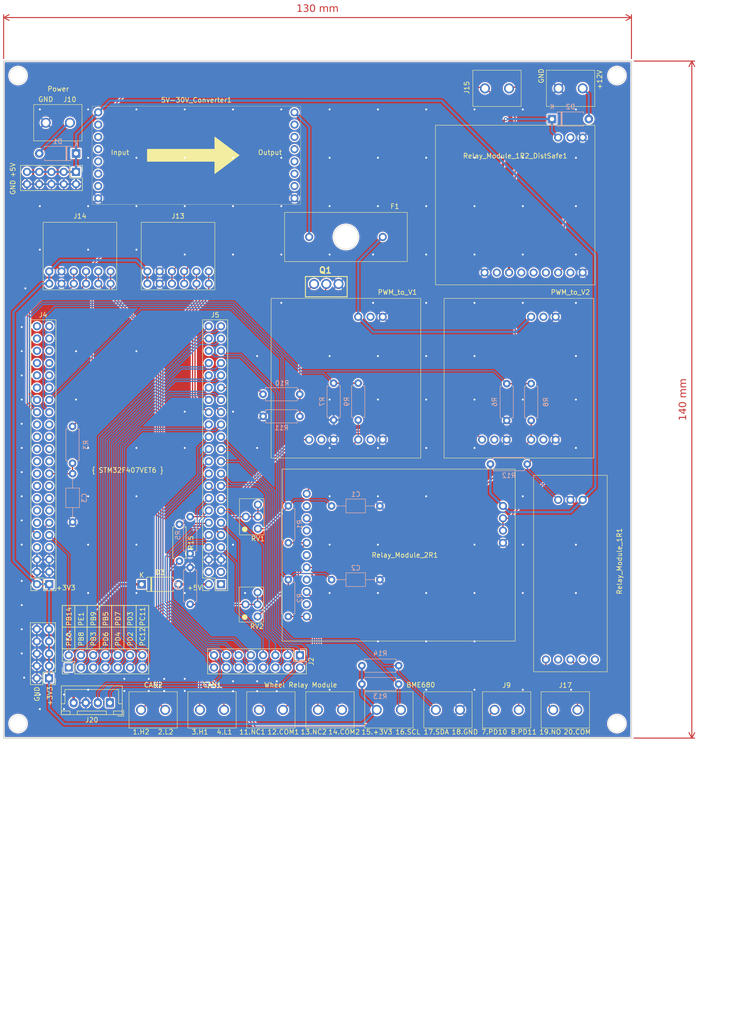
<source format=kicad_pcb>
(kicad_pcb (version 20241229) (generator "pcbnew") (generator_version "9.0")
  (title_block (title "Плата печатная") (company "ООО \"Беспилотный погрузчик\"") (comment 1 "ЛТПУ.758722.001") (comment 2 "Лаухин") (comment 4 "Леус"))
  (layers (0 "F.Cu" signal) (2 "B.Cu" signal) (13 "F.Paste" user) (15 "B.Paste" user) (5 "F.SilkS" user "F.Silkscreen") (7 "B.SilkS" user "B.Silkscreen") (1 "F.Mask" user) (3 "B.Mask" user) (25 "Edge.Cuts" user))
  (net 0 "")
  (net 1 "+5V")
  (net 2 "GND")
  (net 3 "Net-(5V-30V_Converter1-+Vout)")
  (net 4 "Net-(J4-PA5)")
  (net 5 "Net-(D1-A)")
  (net 6 "Net-(PWM_to_V1-VCC)")
  (net 7 "+3V3")
  (net 8 "Net-(J4-PA3{slash}USART_RX)")
  (net 9 "Net-(J4-PE10)")
  (net 10 "/PB14")
  (net 11 "/PB13")
  (net 12 "/PB12")
  (net 13 "/PB11")
  (net 14 "/PB10")
  (net 15 "/PE15")
  (net 16 "/PE14")
  (net 17 "/PE13")
  (net 18 "/PE12")
  (net 19 "/PE11")
  (net 20 "/PE9")
  (net 21 "/PE8")
  (net 22 "/PE7")
  (net 23 "/PB1")
  (net 24 "/PB0")
  (net 25 "/PC5")
  (net 26 "/PC4")
  (net 27 "/PA7")
  (net 28 "/PA6")
  (net 29 "Net-(D2-K)")
  (net 32 "Net-(J4-PA4)")
  (net 33 "/PA1")
  (net 34 "/PA0")
  (net 35 "/PC3")
  (net 36 "/PC2")
  (net 37 "/PC1")
  (net 38 "/PC0")
  (net 39 "/PC13")
  (net 40 "/PE6")
  (net 41 "/PE5")
  (net 42 "/PE4")
  (net 43 "/PE3")
  (net 44 "/PE2")
  (net 45 "Net-(J4-PA2{slash}USART_TX)")
  (net 46 "/PD8")
  (net 47 "/PD10")
  (net 48 "/PB15")
  (net 49 "/PD9")
  (net 50 "/PD11")
  (net 51 "/PD12")
  (net 52 "/PD14")
  (net 53 "/PC6")
  (net 54 "/PD13")
  (net 55 "/PD15")
  (net 56 "/PC7")
  (net 57 "/PC8")
  (net 58 "/PA8")
  (net 59 "/PC9")
  (net 60 "/PA10")
  (net 61 "/PA9")
  (net 62 "/PA12")
  (net 63 "/PA11")
  (net 64 "/PC10")
  (net 65 "/PA15")
  (net 66 "/PC12")
  (net 67 "/PD1")
  (net 68 "/PD0")
  (net 69 "/PC11")
  (net 70 "/PD3")
  (net 71 "/PD5")
  (net 72 "/PD2")
  (net 73 "/PD4")
  (net 74 "/PD7")
  (net 75 "/PD6")
  (net 76 "/PB5")
  (net 77 "/SDA")
  (net 78 "/SCL")
  (net 79 "/PB3")
  (net 80 "/PB9")
  (net 81 "/PB8")
  (net 82 "/PE1")
  (net 84 "/PE0")
  (net 86 "/Switch_Robot-Person")
  (net 87 "/GAS")
  (net 88 "Net-(Relay_Module_1R1-COM)")
  (net 89 "Net-(Relay_Module_1R1-NO)")
  (net 90 "/Encoder_1")
  (net 91 "Net-(Relay_Module_2R1-COM_1)")
  (net 92 "/Encoder_2")
  (net 93 "Net-(Relay_Module_2R1-COM_2)")
  (net 94 "/ADC2")
  (net 95 "/ADC1")
  (net 96 "Net-(R4-Pad1)")
  (net 97 "Net-(R5-Pad2)")
  (net 99 "+12V")
  (net 102 "Net-(J14-CAN_H)")
  (net 103 "Net-(J14-CAN_L)")
  (net 104 "Net-(J13-CAN_H)")
  (net 105 "Net-(J13-CAN_L)")
  (net 106 "Net-(Q1-B)")
  (net 107 "Net-(Q1-C)")
  (net 108 "Net-(D3-K)")
  (net 109 "Net-(J9-Pad2)")
  (net 110 "/+5V_USB")
  (footprint "Connector_PinHeader_2.54mm:PinHeader_2x07_P2.54mm_Vertical" (layer "F.Cu") (at 45.974 160.401 90)
    (property "Reference" "J1" (hide yes))
    (property "Value" "Conn_02x07_Counter_Clockwise")
  )
  (footprint "MyFootprints:KF3012P" (layer "F.Cu") (at 146.304 169.418)
    (property "Reference" "J17")
    (property "Value" "Klemma_Sirena" (hide yes))
  )
  (footprint "MyFootprints:Distance_Relay_Module" (layer "F.Cu") (at 138.43 64.77)
    (property "Reference" "Relay_Module_1R2_DistSafe1")
    (property "Value" "~")
  )
  (footprint "MyFootprints:KF3012P" (layer "F.Cu") (at 73.152 169.418)
    (property "Reference" "J12" (hide yes))
    (property "Value" "Klemma_CAN_1" (hide yes))
  )
  (footprint "MyFootprints:PWMtoV" (layer "F.Cu") (at 103.378 100.584)
    (property "Reference" "PWM_to_V1")
    (property "Value" "~")
  )
  (footprint "MyFootprints:KF3012P" (layer "F.Cu") (at 134.152 169.414)
    (property "Reference" "J9")
    (property "Value" "Klemma_Limit_Switch" (hide yes))
  )
  (footprint "Connector_PinHeader_2.54mm:PinHeader_2x05_P2.54mm_Vertical" (layer "F.Cu") (at 47.493 57.907 -90)
    (property "Reference" "J3" (hide yes))
    (property "Value" "Conn_02x05_Counter_Clockwise")
  )
  (footprint "MyFootprints:Q_Transistor_footprint_NPN_PNP" (layer "F.Cu") (at 98.044 81.09)
    (property "Reference" "Q1")
    (property "Value" "BD239" (hide yes))
  )
  (footprint "Resistor_THT:R_Axial_DIN0207_L6.3mm_D2.5mm_P7.62mm_Horizontal" (layer "F.Cu") (at 68.9 130.79 -90)
    (property "Reference" "R15")
    (property "Value" "220")
  )
  (footprint "Connector_PinHeader_2.54mm:PinHeader_2x08_P2.54mm_Vertical" (layer "F.Cu") (at 93.853 157.861 -90)
    (property "Reference" "J2")
    (property "Value" "Conn_02x08_Counter_Clockwise")
  )
  (footprint "MyFootprints:VSE_Potentiometers_W103_3296" (layer "F.Cu") (at 85.09 149.86 180)
    (property "Reference" "RV2")
    (property "Value" "10k")
  )
  (footprint "MyFootprints:KF3012P" (layer "F.Cu") (at 46.228 47.498 180)
    (property "Reference" "J10")
    (property "Value" "Klemma_+5V_IN" (hide yes))
  )
  (footprint "MyFootprints:Relay_Module_1R" (layer "F.Cu") (at 149.86 138.43)
    (property "Reference" "Relay_Module_1R1")
    (property "Value" "~")
  )
  (footprint "Connector_JST:JST_XH_B4B-XH-A_1x04_P2.50mm_Vertical" (layer "F.Cu") (at 54.5 167.7 180)
    (property "Reference" "J20")
    (property "Value" "Conn_01x04")
  )
  (footprint "MyFootprints:KF3012P" (layer "F.Cu") (at 60.96 169.418)
    (property "Reference" "J11" (hide yes))
    (property "Value" "Klemma_CAN_2" (hide yes))
  )
  (footprint "MyFootprints:KF3012P" (layer "F.Cu") (at 85.344 169.414)
    (property "Reference" "J16" (hide yes))
    (property "Value" "Klemma_Wheel_control" (hide yes))
  )
  (footprint "MyFootprints:KF3012P" (layer "F.Cu") (at 97.576 169.41)
    (property "Reference" "J18" (hide yes))
    (property "Value" "Klemma_Wheel_control" (hide yes))
  )
  (footprint "MyFootprints:KF3012P" (layer "F.Cu") (at 109.768 169.414)
    (property "Reference" "J7" (hide yes))
    (property "Value" "Klemma_Power_BME_680" (hide yes))
  )
  (footprint "MyFootprints:FuseHolder_5x20mm" (layer "F.Cu") (at 103.378 71.374 180)
    (property "Reference" "F1")
    (property "Value" "0.2A")
  )
  (footprint "MyFootprints:WCMCU-230" (layer "F.Cu") (at 68.62 78.49)
    (property "Reference" "J13")
    (property "Value" "Module_CAN_1")
  )
  (footprint "MyFootprints:PWMtoV" (layer "F.Cu") (at 139.192 100.584)
    (property "Reference" "PWM_to_V2")
    (property "Value" "~")
  )
  (footprint "Connector_PinHeader_2.54mm:PinHeader_2x05_P2.54mm_Vertical" (layer "F.Cu") (at 41.91 162.62 180)
    (property "Reference" "J6" (hide yes))
    (property "Value" "Conn_02x05_Counter_Clockwise")
  )
  (footprint "MyFootprints:KF3012P" (layer "F.Cu") (at 122 169.418)
    (property "Reference" "J8" (hide yes))
    (property "Value" "Klemma_Signal_BME_680" (hide yes))
  )
  (footprint "MyFootprints:VSE_Potentiometers_W103_3296" (layer "F.Cu") (at 85.1516 131.7098 180)
    (property "Reference" "RV1")
    (property "Value" "10k")
  )
  (footprint "MyFootprints:WCMCU-230" (layer "F.Cu") (at 48.3 78.49)
    (property "Reference" "J14")
    (property "Value" "Module_CAN_2")
  )
  (footprint "MyFootprints:KF3012P" (layer "F.Cu") (at 152.4 40.39 180)
    (property "Reference" "J19" (hide yes))
    (property "Value" "Klemma_+12V_IN" (hide yes))
  )
  (footprint "Diode_THT:D_A-405_P7.62mm_Horizontal" (layer "F.Cu") (at 61.08 143.2)
    (property "Reference" "D3")
    (property "Value" "D")
  )
  (footprint "MyFootprints:Relay_Module_2R" (layer "F.Cu") (at 114.3 137.16 180)
    (property "Reference" "Relay_Module_2R1")
    (property "Value" "~")
  )
  (footprint "MyFootprints:5V-30V_Converter" (layer "F.Cu") (at 72.4046 54.487 90)
    (property "Reference" "5V-30V_Converter1")
    (property "Value" "~")
  )
  (footprint "MyFootprints:KF3012P" (layer "F.Cu") (at 137.16 40.39 180)
    (property "Reference" "J15")
    (property "Value" "Klemma_Switch_Robot_Person" (hide yes))
  )
  (footprint "Connector_PinSocket_2.54mm:PinSocket_2x22_P2.54mm_Vertical" (layer "B.Cu") (at 77.51 143.17)
    (property "Reference" "J5")
    (property "Value" "Conn_02x22_Odd_Even")
  )
  (footprint "Resistor_THT:R_Axial_DIN0207_L6.3mm_D2.5mm_P7.62mm_Horizontal" (layer "B.Cu") (at 71.12 136.8552 90)
    (property "Reference" "R5")
    (property "Value" "15k")
  )
  (footprint "Resistor_THT:R_Axial_DIN0207_L6.3mm_D2.5mm_P7.62mm_Horizontal" (layer "B.Cu") (at 86.2076 103.886)
    (property "Reference" "R10")
    (property "Value" "2k7")
  )
  (footprint "Connector_PinSocket_2.54mm:PinSocket_2x22_P2.54mm_Vertical" (layer "B.Cu") (at 41.95 143.17)
    (property "Reference" "J4")
    (property "Value" "Conn_02x22_Odd_Even")
  )
  (footprint "Resistor_THT:R_Axial_DIN0207_L6.3mm_D2.5mm_P7.62mm_Horizontal" (layer "B.Cu") (at 71.12 147.32 90)
    (property "Reference" "R4")
    (property "Value" "15k")
  )
  (footprint "Resistor_THT:R_Axial_DIN0207_L6.3mm_D2.5mm_P7.62mm_Horizontal" (layer "B.Cu") (at 106.68 160.02)
    (property "Reference" "R14")
    (property "Value" "4k7")
  )
  (footprint "Resistor_THT:R_Axial_DIN0207_L6.3mm_D2.5mm_P7.62mm_Horizontal" (layer "B.Cu") (at 100.838 101.6 -90)
    (property "Reference" "R7")
    (property "Value" "20k")
  )
  (footprint "Resistor_THT:R_Axial_DIN0207_L6.3mm_D2.5mm_P7.62mm_Horizontal" (layer "B.Cu") (at 86.233 108.458)
    (property "Reference" "R11")
    (property "Value" "20k")
  )
  (footprint "Resistor_THT:R_Axial_DIN0207_L6.3mm_D2.5mm_P7.62mm_Horizontal" (layer "B.Cu") (at 91.44 134.62 90)
    (property "Reference" "R1")
    (property "Value" "20k")
  )
  (footprint "Capacitor_THT:C_Axial_L3.8mm_D2.6mm_P10.00mm_Horizontal" (layer "B.Cu") (at 110.41 127 180)
    (property "Reference" "C1")
    (property "Value" "0.1u")
  )
  (footprint "Capacitor_THT:C_Axial_L3.8mm_D2.6mm_P10.00mm_Horizontal" (layer "B.Cu") (at 46.7868 130.3198 90)
    (property "Reference" "C3")
    (property "Value" "0.1u")
  )
  (footprint "Resistor_THT:R_Axial_DIN0207_L6.3mm_D2.5mm_P7.62mm_Horizontal" (layer "B.Cu") (at 141.732 101.7016 -90)
    (property "Reference" "R8")
    (property "Value" "20k")
  )
  (footprint "Resistor_THT:R_Axial_DIN0207_L6.3mm_D2.5mm_P7.62mm_Horizontal" (layer "B.Cu") (at 136.6774 109.3216 90)
    (property "Reference" "R6")
    (property "Value" "20k")
  )
  (footprint "Resistor_THT:R_Axial_DIN0207_L6.3mm_D2.5mm_P7.62mm_Horizontal" (layer "B.Cu") (at 114.3 163.83 180)
    (property "Reference" "R13")
    (property "Value" "4k7")
  )
  (footprint "Resistor_THT:R_Axial_DIN0207_L6.3mm_D2.5mm_P7.62mm_Horizontal" (layer "B.Cu") (at 133.2992 118.3386)
    (property "Reference" "R12")
    (property "Value" "1k")
  )
  (footprint "Diode_THT:D_A-405_P7.62mm_Horizontal" (layer "B.Cu") (at 146.05 46.99)
    (property "Reference" "D2")
    (property "Value" "D")
  )
  (footprint "Diode_THT:D_A-405_P7.62mm_Horizontal" (layer "B.Cu") (at 47.498 54.102 180)
    (property "Reference" "D1")
    (property "Value" "D")
  )
  (footprint "Resistor_THT:R_Axial_DIN0207_L6.3mm_D2.5mm_P7.62mm_Horizontal" (layer "B.Cu") (at 105.918 101.6 -90)
    (property "Reference" "R9")
    (property "Value" "20k")
  )
  (footprint "Resistor_THT:R_Axial_DIN0207_L6.3mm_D2.5mm_P7.62mm_Horizontal" (layer "B.Cu") (at 91.44 149.86 90)
    (property "Reference" "R2")
    (property "Value" "20k")
  )
  (footprint "Resistor_THT:R_Axial_DIN0207_L6.3mm_D2.5mm_P7.62mm_Horizontal" (layer "B.Cu") (at 46.7614 110.5408 -90)
    (property "Reference" "R3")
    (property "Value" "220")
  )
  (footprint "Capacitor_THT:C_Axial_L3.8mm_D2.6mm_P10.00mm_Horizontal" (layer "B.Cu") (at 110.41 142.24 180)
    (property "Reference" "C2")
    (property "Value" "0.1u")
  )
  (gr_rect (start 44.644 147.574) (end 62.544 156.531) (stroke (width 0.15)) (fill no) (layer "F.SilkS"))
  (gr_line (start 49.784 156.5148) (end 49.784 147.574) (stroke (width 0.15)) (layer "F.SilkS"))
  (gr_line (start 59.944 156.5148) (end 59.944 147.574) (stroke (width 0.15)) (layer "F.SilkS"))
  (gr_line (start 54.864 156.5) (end 54.864 147.574) (stroke (width 0.15)) (layer "F.SilkS"))
  (gr_circle (center 82.423 131.826) (end 82.923 131.826) (stroke (width 0.15)) (fill yes) (layer "F.SilkS"))
  (gr_line (start 57.404 156.5) (end 57.404 147.574) (stroke (width 0.15)) (layer "F.SilkS"))
  (gr_line (start 47.244 156.5148) (end 47.244 147.574) (stroke (width 0.15)) (layer "F.SilkS"))
  (gr_circle (center 82.423 149.987) (end 82.923 149.987) (stroke (width 0.15)) (fill yes) (layer "F.SilkS"))
  (gr_line (start 52.324 156.5) (end 52.324 147.574) (stroke (width 0.15)) (layer "F.SilkS"))
  (gr_line (start 62.544 152.0525) (end 44.644 152.0525) (stroke (width 0.15)) (layer "F.SilkS"))
  (gr_circle (center 159.5 38) (end 161.3 38) (stroke (width 0.1)) (fill no) (layer "Edge.Cuts"))
  (gr_circle (center 35.5 172) (end 37.3 172) (stroke (width 0.1)) (fill no) (layer "Edge.Cuts"))
  (gr_rect (start 32.5 35) (end 162.5 175) (stroke (width 0.2)) (fill no) (layer "Edge.Cuts"))
  (gr_circle (center 103.378 71.374) (end 105.918 71.374) (stroke (width 0.1)) (fill no) (layer "Edge.Cuts"))
  (gr_circle (center 159.5 172) (end 161.3 172) (stroke (width 0.1)) (fill no) (layer "Edge.Cuts"))
  (gr_circle (center 35.5 38) (end 37.3 38) (stroke (width 0.1)) (fill no) (layer "Edge.Cuts"))
  (gr_text "11.NC1" (at 84 173.736 0) (layer "F.SilkS") (effects (font (size 1 1))))
  (gr_text "1.H2" (at 60.96 173.736 0) (layer "F.SilkS") (effects (font (size 1 1))))
  (gr_text "+12V" (at 156.5 40.95 90) (layer "F.SilkS") (effects (font (size 1 1)) (justify left bottom)))
  (gr_text "PD6" (at 54.229 156.083 90) (layer "F.SilkS") (effects (font (size 1 1)) (justify left bottom)))
  (gr_text "GND" (at 40.005 167.513 90) (layer "F.SilkS") (effects (font (size 1 1)) (justify left bottom)))
  (gr_text "GND" (at 144.4 39.7 90) (layer "F.SilkS") (effects (font (size 1 1)) (justify left bottom)))
  (gr_text "{ STM32F407VET6 }" (at 50.67 120.19 0) (layer "F.SilkS") (effects (font (size 1 1)) (justify left bottom)))
  (gr_text "+5V" (at 35 59.177 90) (layer "F.SilkS") (effects (font (size 1 1)) (justify left bottom)))
  (gr_text "16.SCL" (at 116.2 173.736 0) (layer "F.SilkS") (effects (font (size 1 1))))
  (gr_text "17.SDA" (at 122.1 173.736 0) (layer "F.SilkS") (effects (font (size 1 1))))
  (gr_text "14.COM2" (at 103 173.736 0) (layer "F.SilkS") (effects (font (size 1 1))))
  (gr_text "Wheel Relay Module" (at 86.36 164.592 0) (layer "F.SilkS") (effects (font (size 1 1)) (justify left bottom)))
  (gr_text "PE1" (at 49.149 151.892 90) (layer "F.SilkS") (effects (font (size 1 1)) (justify left bottom)))
  (gr_text "PC11" (at 61.849 151.892 90) (layer "F.SilkS") (effects (font (size 1 1)) (justify left bottom)))
  (gr_text "BME680" (at 115.824 164.592 0) (layer "F.SilkS") (effects (font (size 1 1)) (justify left bottom)))
  (gr_text "+3V3" (at 42.672 168.402 90) (layer "F.SilkS") (effects (font (size 1 1)) (justify left bottom)))
  (gr_text "CAN1" (at 73.66 164.592 0) (layer "F.SilkS") (effects (font (size 1 1)) (justify left bottom)))
  (gr_text "7.PD10" (at 134.1 173.736 0) (layer "F.SilkS") (effects (font (size 1 1))))
  (gr_text "PB8" (at 49.149 156.083 90) (layer "F.SilkS") (effects (font (size 1 1)) (justify left bottom)))
  (gr_text "PB14" (at 46.609 151.892 90) (layer "F.SilkS") (effects (font (size 1 1)) (justify left bottom)))
  (gr_text "3.H1" (at 73.152 173.736 0) (layer "F.SilkS") (effects (font (size 1 1))))
  (gr_text "12.COM1" (at 90.4 173.736 0) (layer "F.SilkS") (effects (font (size 1 1))))
  (gr_text "PD3" (at 59.309 151.892 90) (layer "F.SilkS") (effects (font (size 1 1)) (justify left bottom)))
  (gr_text "4.L1" (at 78.232 173.736 0) (layer "F.SilkS") (effects (font (size 1 1))))
  (gr_text "GND" (at 39.6 43.5 0) (layer "F.SilkS") (effects (font (size 1 1)) (justify left bottom)))
  (gr_text "15.+3V3" (at 109.8 173.736 0) (layer "F.SilkS") (effects (font (size 1 1))))
  (gr_text "Power" (at 41.5 41.35 0) (layer "F.SilkS") (effects (font (size 1 1)) (justify left bottom)))
  (gr_text "18.GND" (at 128 173.736 0) (layer "F.SilkS") (effects (font (size 1 1))))
  (gr_text "PB9" (at 51.689 151.892 90) (layer "F.SilkS") (effects (font (size 1 1)) (justify left bottom)))
  (gr_text "13.NC2" (at 96.7 173.736 0) (layer "F.SilkS") (effects (font (size 1 1))))
  (gr_text "19.NO" (at 145.669 173.736 0) (layer "F.SilkS") (effects (font (size 1 1))))
  (gr_text "PD4" (at 56.769 156.083 90) (layer "F.SilkS") (effects (font (size 1 1)) (justify left bottom)))
  (gr_text "8.PD11" (at 140.208 173.736 0) (layer "F.SilkS") (effects (font (size 1 1))))
  (gr_text "PD7" (at 56.769 151.892 90) (layer "F.SilkS") (effects (font (size 1 1)) (justify left bottom)))
  (gr_text "PC12" (at 61.849 156.083 90) (layer "F.SilkS") (effects (font (size 1 1)) (justify left bottom)))
  (gr_text "20.COM" (at 151.257 173.736 0) (layer "F.SilkS") (effects (font (size 1 1))))
  (gr_text "PB5" (at 54.229 151.892 90) (layer "F.SilkS") (effects (font (size 1 1)) (justify left bottom)))
  (gr_text "PB3" (at 51.689 156.083 90) (layer "F.SilkS") (effects (font (size 1 1)) (justify left bottom)))
  (gr_text "PE0" (at 46.609 156.083 90) (layer "F.SilkS") (effects (font (size 1 1)) (justify left bottom)))
  (gr_text "2.L2" (at 66.04 173.736 0) (layer "F.SilkS") (effects (font (size 1 1))))
  (gr_text "+5V" (at 73.65 144.5 0) (layer "F.SilkS") (effects (font (size 1 1)) (justify right bottom)))
  (gr_text "PD2" (at 59.309 156.083 90) (layer "F.SilkS") (effects (font (size 1 1)) (justify left bottom)))
  (gr_text "+3V3" (at 43.28 144.51 0) (layer "F.SilkS") (effects (font (size 1 1)) (justify left bottom)))
  (gr_text "GND" (at 35 62.738 90) (layer "F.SilkS") (effects (font (size 1 1)) (justify left bottom)))
  (gr_text "CAN2" (at 61.468 164.592 0) (layer "F.SilkS") (effects (font (size 1 1)) (justify left bottom)))
  (dimension (type orthogonal) (layer "F.Cu") (pts (xy 32.5 35) (xy 162.5 35)) (height -9) (orientation 0) (format (prefix "") (suffix "") (units 3) (units_format 1) (precision 1) (suppress_zeroes yes)) (style (thickness 0.2) (arrow_length 1.27) (text_position_mode 0) (arrow_direction outward) (extension_height 0.58642) (extension_offset 0.5) (keep_text_aligned yes)) (gr_text "130 mm" (at 97.5 24.2 0) (layer "F.Cu") (effects (font (face "GOST type A") (size 1.5 1.5) (thickness 0.3)))))
  (dimension (type orthogonal) (layer "F.Cu") (pts (xy 162.5 175) (xy 162.56 35)) (height 12.5) (orientation 1) (format (prefix "") (suffix "") (units 3) (units_format 1) (precision 1) (suppress_zeroes yes)) (style (thickness 0.2) (arrow_length 1.27) (text_position_mode 0) (arrow_direction outward) (extension_height 0.58642) (extension_offset 0.5) (keep_text_aligned yes)) (gr_text "140 mm" (at 173.2 105 90) (layer "F.Cu") (effects (font (face "GOST type A") (size 1.5 1.5) (thickness 0.3)))))
  (segment (start 123.18 43.18) (end 155 75) (width 0.5) (layer "B.Cu") (net 1))
  (segment (start 155 123.13) (end 152.4 125.73) (width 0.5) (layer "B.Cu") (net 1))
  (segment (start 47.498 54.102) (end 47.498 57.902) (width 0.5) (layer "B.Cu") (net 1))
  (segment (start 47.498 57.902) (end 47.493 57.907) (width 0.5) (layer "B.Cu") (net 1))
  (segment (start 47.498 54.102) (end 47.498 50.1836) (width 0.5) (layer "B.Cu") (net 1))
  (segment (start 52.0846 45.597) (end 54.5016 43.18) (width 0.5) (layer "B.Cu") (net 1))
  (segment (start 133.2992 124.4092) (end 133.2992 118.3386) (width 0.5) (layer "B.Cu") (net 1))
  (segment (start 155 75) (end 155 123.13) (width 0.5) (layer "B.Cu") (net 1))
  (segment (start 135.89 127) (end 133.2992 124.4092) (width 0.5) (layer "B.Cu") (net 1))
  (segment (start 47.498 50.1836) (end 52.0846 45.597) (width 0.5) (layer "B.Cu") (net 1))
  (segment (start 152.4 125.73) (end 149.86 128.27) (width 0.5) (layer "B.Cu") (net 1))
  (segment (start 149.86 128.27) (end 137.16 128.27) (width 0.5) (layer "B.Cu") (net 1))
  (segment (start 47.493 57.907) (end 37.333 57.907) (width 0.5) (layer "B.Cu") (net 1))
  (segment (start 54.5016 43.18) (end 123.18 43.18) (width 0.5) (layer "B.Cu") (net 1))
  (segment (start 137.16 128.27) (end 135.89 127) (width 0.5) (layer "B.Cu") (net 1))
  (via (at 140 145) (size 0.8) (drill 0.4) (layers "F.Cu" "B.Cu") (net 2))
  (via (at 36.25 135) (size 0.8) (drill 0.4) (layers "F.Cu" "B.Cu") (net 2))
  (via (at 60 74) (size 0.8) (drill 0.4) (layers "F.Cu" "B.Cu") (net 2))
  (via (at 60 145) (size 0.8) (drill 0.4) (layers "F.Cu" "B.Cu") (net 2))
  (via (at 110 145) (size 0.8) (drill 0.4) (layers "F.Cu" "B.Cu") (net 2))
  (via (at 110 135) (size 0.8) (drill 0.4) (layers "F.Cu" "B.Cu") (net 2))
  (via (at 100 45) (size 0.8) (drill 0.4) (layers "F.Cu" "B.Cu") (net 2))
  (via (at 130 85) (size 0.8) (drill 0.4) (layers "F.Cu" "B.Cu") (net 2))
  (via (at 140 165) (size 0.8) (drill 0.4) (layers "F.Cu" "B.Cu") (net 2))
  (via (at 60 125) (size 0.8) (drill 0.4) (layers "F.Cu" "B.Cu") (net 2))
  (via (at 90 55) (size 0.8) (drill 0.4) (layers "F.Cu" "B.Cu") (net 2))
  (via (at 130 165) (size 0.8) (drill 0.4) (layers "F.Cu" "B.Cu") (net 2))
  (via (at 120 155) (size 0.8) (drill 0.4) (layers "F.Cu" "B.Cu") (net 2))
  (via (at 36.25 110) (size 0.8) (drill 0.4) (layers "F.Cu" "B.Cu") (net 2))
  (via (at 140 45) (size 0.8) (drill 0.4) (layers "F.Cu" "B.Cu") (net 2))
  (via (at 110 96) (size 0.8) (drill 0.4) (layers "F.Cu" "B.Cu") (net 2))
  (via (at 140 55) (size 0.8) (drill 0.4) (layers "F.Cu" "B.Cu") (net 2))
  (via (at 120 145) (size 0.8) (drill 0.4) (layers "F.Cu" "B.Cu") (net 2))
  (via (at 100 125) (size 0.8) (drill 0.4) (layers "F.Cu" "B.Cu") (net 2))
  (via (at 89.05 163.25) (size 0.8) (drill 0.4) (layers "F.Cu" "B.Cu") (net 2))
  (via (at 50 65) (size 0.8) (drill 0.4) (layers "F.Cu" "B.Cu") (net 2))
  (via (at 109 75) (size 0.8) (drill 0.4) (layers "F.Cu" "B.Cu") (net 2))
  (via (at 100 65) (size 0.8) (drill 0.4) (layers "F.Cu" "B.Cu") (net 2))
  (via (at 70 115) (size 0.8) (drill 0.4) (layers "F.Cu" "B.Cu") (net 2))
  (via (at 89.05 165.3) (size 0.8) (drill 0.4) (layers "F.Cu" "B.Cu") (net 2))
  (via (at 45 166) (size 0.8) (drill 0.4) (layers "F.Cu" "B.Cu") (net 2))
  (via (at 40 166) (size 0.8) (drill 0.4) (layers "F.Cu" "B.Cu") (net 2))
  (via (at 60 55) (size 0.8) (drill 0.4) (layers "F.Cu" "B.Cu") (net 2))
  (via (at 50 115) (size 0.8) (drill 0.4) (layers "F.Cu" "B.Cu") (net 2))
  (via (at 151 65) (size 0.8) (drill 0.4) (layers "F.Cu" "B.Cu") (net 2))
  (via (at 120 55) (size 0.8) (drill 0.4) (layers "F.Cu" "B.Cu") (net 2))
  (via (at 50 135) (size 0.8) (drill 0.4) (layers "F.Cu" "B.Cu") (net 2))
  (via (at 50 74) (size 0.8) (drill 0.4) (layers "F.Cu" "B.Cu") (net 2))
  (via (at 90 75) (size 0.8) (drill 0.4) (layers "F.Cu" "B.Cu") (net 2))
  (via (at 120 65) (size 0.8) (drill 0.4) (layers "F.Cu" "B.Cu") (net 2))
  (via (at 60 115) (size 0.8) (drill 0.4) (layers "F.Cu" "B.Cu") (net 2))
  (via (at 60 95) (size 0.8) (drill 0.4) (layers "F.Cu" "B.Cu") (net 2))
  (via (at 100 115) (size 0.8) (drill 0.4) (layers "F.Cu" "B.Cu") (net 2))
  (via (at 90 45) (size 0.8) (drill 0.4) (layers "F.Cu" "B.Cu") (net 2))
  (via (at 90 65) (size 0.8) (drill 0.4) (layers "F.Cu" "B.Cu") (net 2))
  (via (at 85 115) (size 0.8) (drill 0.4) (layers "F.Cu" "B.Cu") (net 2))
  (via (at 36.25 125) (size 0.8) (drill 0.4) (layers "F.Cu" "B.Cu") (net 2))
  (via (at 70 145) (size 0.8) (drill 0.4) (layers "F.Cu" "B.Cu") (net 2))
  (via (at 62.55 162.75) (size 0.8) (drill 0.4) (layers "F.Cu" "B.Cu") (net 2))
  (via (at 50 165) (size 0.8) (drill 0.4) (layers "F.Cu" "B.Cu") (net 2))
  (via (at 37 82) (size 0.8) (drill 0.4) (layers "F.Cu" "B.Cu") (net 2))
  (via (at 130 135) (size 0.8) (drill 0.4) (layers "F.Cu" "B.Cu") (net 2))
  (via (at 80 135) (size 0.8) (drill 0.4) (layers "F.Cu" "B.Cu") (net 2))
  (via (at 36.25 100) (size 0.8) (drill 0.4) (layers "F.Cu" "B.Cu") (net 2))
  (via (at 110 65) (size 0.8) (drill 0.4) (layers "F.Cu" "B.Cu") (net 2))
  (via (at 36.25 157.5) (size 0.8) (drill 0.4) (layers "F.Cu" "B.Cu") (net 2))
  (via (at 80 165.3) (size 0.8) (drill 0.4) (layers "F.Cu" "B.Cu") (net 2))
  (via (at 140 65) (size 0.8) (drill 0.4) (layers "F.Cu" "B.Cu") (net 2))
  (via (at 82.5 145) (size 0.8) (drill 0.4) (layers "F.Cu" "B.Cu") (net 2))
  (via (at 130 55) (size 0.8) (drill 0.4) (layers "F.Cu" "B.Cu") (net 2))
  (via (at 130 145) (size 0.8) (drill 0.4) (layers "F.Cu" "B.Cu") (net 2))
  (via (at 100 145) (size 0.8) (drill 0.4) (layers "F.Cu" "B.Cu") (net 2))
  (via (at 36.25 105) (size 0.8) (drill 0.4) (layers "F.Cu" "B.Cu") (net 2))
  (via (at 120 165) (size 0.8) (drill 0.4) (layers "F.Cu" "B.Cu") (net 2))
  (via (at 100 55) (size 0.8) (drill 0.4) (layers "F.Cu" "B.Cu") (net 2))
  (via (at 80 45) (size 0.8) (drill 0.4) (layers "F.Cu" "B.Cu") (net 2))
  (via (at 70 165.25) (size 0.8) (drill 0.4) (layers "F.Cu" "B.Cu") (net 2))
  (via (at 100 105) (size 0.8) (drill 0.4) (layers "F.Cu" "B.Cu") (net 2))
  (via (at 130 75) (size 0.8) (drill 0.4) (layers "F.Cu" "B.Cu") (net 2))
  (via (at 40 65) (size 0.8) (drill 0.4) (layers "F.Cu" "B.Cu") (net 2))
  (via (at 130 45) (size 0.8) (drill 0.4) (layers "F.Cu" "B.Cu") (net 2))
  (via (at 151 75) (size 0.8) (drill 0.4) (layers "F.Cu" "B.Cu") (net 2))
  (via (at 130 96) (size 0.8) (drill 0.4) (layers "F.Cu" "B.Cu") (net 2))
  (via (at 36.25 142.5) (size 0.8) (drill 0.4) (layers "F.Cu" "B.Cu") (net 2))
  (via (at 50 45) (size 0.8) (drill 0.4) (layers "F.Cu" "B.Cu") (net 2))
  (via (at 151 85) (size 0.8) (drill 0.4) (layers "F.Cu" "B.Cu") (net 2))
  (via (at 110 125) (size 0.8) (drill 0.4) (layers "F.Cu" "B.Cu") (net 2))
  (via (at 140 85) (size 0.8) (drill 0.4) (layers "F.Cu" "B.Cu") (net 2))
  (via (at 100 96) (size 0.8) (drill 0.4) (layers "F.Cu" "B.Cu") (net 2))
  (via (at 110 105) (size 0.8) (drill 0.4) (layers "F.Cu" "B.Cu") (net 2))
  (via (at 40 169) (size 0.8) (drill 0.4) (layers "F.Cu" "B.Cu") (net 2))
  (via (at 85 163.25) (size 0.8) (drill 0.4) (layers "F.Cu" "B.Cu") (net 2))
  (via (at 36.25 152.5) (size 0.8) (drill 0.4) (layers "F.Cu" "B.Cu") (net 2))
  (via (at 140 135) (size 0.8) (drill 0.4) (layers "F.Cu" "B.Cu") (net 2))
  (via (at 130 105) (size 0.8) (drill 0.4) (layers "F.Cu" "B.Cu") (net 2))
  (via (at 70 65) (size 0.8) (drill 0.4) (layers "F.Cu" "B.Cu") (net 2))
  (via (at 36.25 120) (size 0.8) (drill 0.4) (layers "F.Cu" "B.Cu") (net 2))
  (via (at 140 105) (size 0.8) (drill 0.4) (layers "F.Cu" "B.Cu") (net 2))
  (via (at 80 55) (size 0.8) (drill 0.4) (layers "F.Cu" "B.Cu") (net 2))
  (via (at 90 85) (size 0.8) (drill 0.4) (layers "F.Cu" "B.Cu") (net 2))
  (via (at 130 65) (size 0.8) (drill 0.4) (layers "F.Cu" "B.Cu") (net 2))
  (via (at 151 135) (size 0.8) (drill 0.4) (layers "F.Cu" "B.Cu") (net 2))
  (via (at 120 45) (size 0.8) (drill 0.4) (layers "F.Cu" "B.Cu") (net 2))
  (via (at 130 115) (size 0.8) (drill 0.4) (layers "F.Cu" "B.Cu") (net 2))
  (via (at 120 115) (size 0.8) (drill 0.4) (layers "F.Cu" "B.Cu") (net 2))
  (via (at 151 115) (size 0.8) (drill 0.4) (layers "F.Cu" "B.Cu") (net 2))
  (via (at 36.25 130) (size 0.8) (drill 0.4) (layers "F.Cu" "B.Cu") (net 2))
  (via (at 70 45) (size 0.8) (drill 0.4) (layers "F.Cu" "B.Cu") (net 2))
  (via (at 85 165.3) (size 0.8) (drill 0.4) (layers "F.Cu" "B.Cu") (net 2))
  (via (at 110 155) (size 0.8) (drill 0.4) (layers "F.Cu" "B.Cu") (net 2))
  (via (at 150 165) (size 0.8) (drill 0.4) (layers "F.Cu" "B.Cu") (net 2))
  (via (at 60 135) (size 0.8) (drill 0.4) (layers "F.Cu" "B.Cu") (net 2))
  (via (at 40 45) (size 0.8) (drill 0.4) (layers "F.Cu" "B.Cu") (net 2))
  (via (at 62.55 165.25) (size 0.8) (drill 0.4) (layers "F.Cu" "B.Cu") (net 2))
  (via (at 47.5 95) (size 0.8) (drill 0.4) (layers "F.Cu" "B.Cu") (net 2))
  (via (at 151 55) (size 0.8) (drill 0.4) (layers "F.Cu" "B.Cu") (net 2))
  (via (at 120 105) (size 0.8) (drill 0.4) (layers "F.Cu" "B.Cu") (net 2))
  (via (at 151 145) (size 0.8) (drill 0.4) (layers "F.Cu" "B.Cu") (net 2))
  (via (at 140 75) (size 0.8) (drill 0.4) (layers "F.Cu" "B.Cu") (net 2))
  (via (at 65.75 165.25) (size 0.8) (drill 0.4) (layers "F.Cu" "B.Cu") (net 2))
  (via (at 70 162.75) (size 0.8) (drill 0.4) (layers "F.Cu" "B.Cu") (net 2))
  (via (at 50 145) (size 0.8) (drill 0.4) (layers "F.Cu" "B.Cu") (net 2))
  (via (at 80 75) (size 0.8) (drill 0.4) (layers "F.Cu" "B.Cu") (net 2))
  (via (at 100 75) (size 0.8) (drill 0.4) (layers "F.Cu" "B.Cu") (net 2))
  (via (at 36.75 162.5) (size 0.8) (drill 0.4) (layers "F.Cu" "B.Cu") (net 2))
  (via (at 57.5 165.25) (size 0.8) (drill 0.4) (layers "F.Cu" "B.Cu") (net 2))
  (via (at 60 45) (size 0.8) (drill 0.4) (layers "F.Cu" "B.Cu") (net 2))
  (via (at 65.75 162.75) (size 0.8) (drill 0.4) (layers "F.Cu" "B.Cu") (net 2))
  (via (at 36.25 147.5) (size 0.8) (drill 0.4) (layers "F.Cu" "B.Cu") (net 2))
  (via (at 151 96) (size 0.8) (drill 0.4) (layers "F.Cu" "B.Cu") (net 2))
  (via (at 80 107.5) (size 0.8) (drill 0.4) (layers "F.Cu" "B.Cu") (net 2))
  (via (at 110 115) (size 0.8) (drill 0.4) (layers "F.Cu" "B.Cu") (net 2))
  (via (at 109 85) (size 0.8) (drill 0.4) (layers "F.Cu" "B.Cu") (net 2))
  (via (at 120 96) (size 0.8) (drill 0.4) (layers "F.Cu" "B.Cu") (net 2))
  (via (at 70 55) (size 0.8) (drill 0.4) (layers "F.Cu" "B.Cu") (net 2))
  (via (at 40 74) (size 0.8) (drill 0.4) (layers "F.Cu" "B.Cu") (net 2))
  (via (at 47.5 105) (size 0.8) (drill 0.4) (layers "F.Cu" "B.Cu") (net 2))
  (via (at 120 125) (size 0.8) (drill 0.4) (layers "F.Cu" "B.Cu") (net 2))
  (via (at 60 65) (size 0.8) (drill 0.4) (layers "F.Cu" "B.Cu") (net 2))
  (via (at 80 163.25) (size 0.8) (drill 0.4) (layers "F.Cu" "B.Cu") (net 2))
  (via (at 36.25 95) (size 0.8) (drill 0.4) (layers "F.Cu" "B.Cu") (net 2))
  (via (at 36.25 115) (size 0.8) (drill 0.4) (layers "F.Cu" "B.Cu") (net 2))
  (via (at 110 55) (size 0.8) (drill 0.4) (layers "F.Cu" "B.Cu") (net 2))
  (via (at 50 55) (size 0.8) (drill 0.4) (layers "F.Cu" "B.Cu") (net 2))
  (via (at 140 125) (size 0.8) (drill 0.4) (layers "F.Cu" "B.Cu") (net 2))
  (via (at 50 125) (size 0.8) (drill 0.4) (layers "F.Cu" "B.Cu") (net 2))
  (via (at 110 45) (size 0.8) (drill 0.4) (layers "F.Cu" "B.Cu") (net 2))
  (via (at 45 169) (size 0.8) (drill 0.4) (layers "F.Cu" "B.Cu") (net 2))
  (via (at 70 107.5) (size 0.8) (drill 0.4) (layers "F.Cu" "B.Cu") (net 2))
  (via (at 151 45) (size 0.8) (drill 0.4) (layers "F.Cu" "B.Cu") (net 2))
  (via (at 57.5 162.75) (size 0.8) (drill 0.4) (layers "F.Cu" "B.Cu") (net 2))
  (via (at 100 165) (size 0.8) (drill 0.4) (layers "F.Cu" "B.Cu") (net 2))
  (via (at 130 155) (size 0.8) (drill 0.4) (layers "F.Cu" "B.Cu") (net 2))
  (via (at 36.25 90) (size 0.8) (drill 0.4) (layers "F.Cu" "B.Cu") (net 2))
  (via (at 70 75) (size 0.8) (drill 0.4) (layers "F.Cu" "B.Cu") (net 2))
  (via (at 85 96) (size 0.8) (drill 0.4) (layers "F.Cu" "B.Cu") (net 2))
  (via (at 80 65) (size 0.8) (drill 0.4) (layers "F.Cu" "B.Cu") (net 2))
  (via (at 100 135) (size 0.8) (drill 0.4) (layers "F.Cu" "B.Cu") (net 2))
  (via (at 120 75) (size 0.8) (drill 0.4) (layers "F.Cu" "B.Cu") (net 2))
  (via (at 151 105) (size 0.8) (drill 0.4) (layers "F.Cu" "B.Cu") (net 2))
  (via (at 120 85) (size 0.8) (drill 0.4) (layers "F.Cu" "B.Cu") (net 2))
  (segment (start 49.5 167.7) (end 49.5 167.3) (width 0.25) (layer "B.Cu") (net 2))
  (segment (start 95.758 71.374) (end 95.758 48.6304) (width 0.5) (layer "B.Cu") (net 3))
  (segment (start 92.7246 45.597) (end 95.758 48.6304) (width 0.5) (layer "B.Cu") (net 3))
  (segment (start 86.7302 131.7098) (end 91.44 127) (width 0.25) (layer "F.Cu") (net 4))
  (segment (start 85.145 131.7164) (end 85.1624 131.699) (width 0.25) (layer "F.Cu") (net 4))
  (segment (start 85.1516 131.7098) (end 86.7302 131.7098) (width 0.25) (layer "F.Cu") (net 4))
  (segment (start 92.71 125.73) (end 91.44 127) (width 0.25) (layer "B.Cu") (net 4))
  (segment (start 90.366 96.333604) (end 79.768396 85.736) (width 0.25) (layer "B.Cu") (net 4))
  (segment (start 40.6908 88.0872) (end 40.6908 106.3508) (width 0.25) (layer "B.Cu") (net 4))
  (segment (start 43.042 85.736) (end 40.6908 88.0872) (width 0.25) (layer "B.Cu") (net 4))
  (segment (start 90.366 125.926) (end 90.366 96.333604) (width 0.25) (layer "B.Cu") (net 4))
  (segment (start 100.41 127) (end 99.14 125.73) (width 0.25) (layer "B.Cu") (net 4))
  (segment (start 79.768396 85.736) (end 43.042 85.736) (width 0.25) (layer "B.Cu") (net 4))
  (segment (start 91.44 127) (end 90.366 125.926) (width 0.25) (layer "B.Cu") (net 4))
  (segment (start 40.6908 106.3508) (end 41.95 107.61) (width 0.25) (layer "B.Cu") (net 4))
  (segment (start 99.14 125.73) (end 92.71 125.73) (width 0.25) (layer "B.Cu") (net 4))
  (segment (start 39.878 53.848) (end 46.228 47.498) (width 0.5) (layer "B.Cu") (net 5))
  (segment (start 39.878 54.102) (end 39.878 53.848) (width 0.5) (layer "B.Cu") (net 5))
  (segment (start 141.732 87.884) (end 138.616 91) (width 0.5) (layer "B.Cu") (net 6))
  (segment (start 105.918 87.884) (end 105.918 76.454) (width 0.5) (layer "B.Cu") (net 6))
  (segment (start 109.034 91) (end 105.918 87.884) (width 0.5) (layer "B.Cu") (net 6))
  (segment (start 138.616 91) (end 109.034 91) (width 0.5) (layer "B.Cu") (net 6))
  (segment (start 105.918 76.454) (end 110.998 71.374) (width 0.5) (layer "B.Cu") (net 6))
  (segment (start 106.68 163.83) (end 106.68 166.072) (width 0.5) (layer "B.Cu") (net 7))
  (segment (start 41.91 152.46) (end 41.91 143.21) (width 0.5) (layer "B.Cu") (net 7))
  (segment (start 41.91 155) (end 41.91 152.46) (width 0.5) (layer "B.Cu") (net 7))
  (segment (start 44.24 76.2) (end 59.98 76.2) (width 0.5) (layer "B.Cu") (net 7))
  (segment (start 59.98 76.2) (end 62.27 78.49) (width 0.5) (layer "B.Cu") (net 7))
  (segment (start 62.27 81.03) (end 62.27 78.49) (width 0.5) (layer "B.Cu") (net 7))
  (segment (start 106.68 163.83) (end 106.68 160.02) (width 0.5) (layer "B.Cu") (net 7))
  (segment (start 41.95 81.03) (end 40.382 81.03) (width 0.5) (layer "B.Cu") (net 7))
  (segment (start 41.91 143.21) (end 41.95 143.17) (width 0.5) (layer "B.Cu") (net 7))
  (segment (start 106.68 166.072) (end 109.768 169.16) (width 0.5) (layer "B.Cu") (net 7))
  (segment (start 45.085 172.085) (end 41.91 168.91) (width 0.5) (layer "B.Cu") (net 7))
  (segment (start 41.91 162.62) (end 41.91 160.08) (width 0.5) (layer "B.Cu") (net 7))
  (segment (start 34.544 86.868) (end 34.544 138.304) (width 0.5) (layer "B.Cu") (net 7))
  (segment (start 41.95 78.49) (end 44.24 76.2) (width 0.5) (layer "B.Cu") (net 7))
  (segment (start 106.843 172.085) (end 45.085 172.085) (width 0.5) (layer "B.Cu") (net 7))
  (segment (start 34.544 138.304) (end 39.41 143.17) (width 0.5) (layer "B.Cu") (net 7))
  (segment (start 109.768 169.16) (end 106.843 172.085) (width 0.5) (layer "B.Cu") (net 7))
  (segment (start 41.91 160.08) (end 41.91 157.54) (width 0.5) (layer "B.Cu") (net 7))
  (segment (start 41.91 157.54) (end 41.91 155) (width 0.5) (layer "B.Cu") (net 7))
  (segment (start 41.95 81.03) (end 41.95 78.49) (width 0.5) (layer "B.Cu") (net 7))
  (segment (start 39.41 143.17) (end 41.95 143.17) (width 0.5) (layer "B.Cu") (net 7))
  (segment (start 41.91 168.91) (end 41.91 162.62) (width 0.5) (layer "B.Cu") (net 7))
  (segment (start 40.382 81.03) (end 34.544 86.868) (width 0.5) (layer "B.Cu") (net 7))
  (segment (start 41.965 159.965) (end 41.95 159.95) (width 0.5) (layer "B.Cu") (net 7))
  (segment (start 91.44 142.24) (end 91.44 143.51) (width 0.25) (layer "F.Cu") (net 8))
  (segment (start 91.44 143.51) (end 85.09 149.86) (width 0.25) (layer "F.Cu") (net 8))
  (segment (start 92.71 140.97) (end 91.44 142.24) (width 0.25) (layer "B.Cu") (net 8))
  (segment (start 99.14 140.97) (end 92.71 140.97) (width 0.25) (layer "B.Cu") (net 8))
  (segment (start 89.916 140.716) (end 89.916 96.52) (width 0.25) (layer "B.Cu") (net 8))
  (segment (start 89.916 96.52) (end 79.582 86.186) (width 0.25) (layer "B.Cu") (net 8))
  (segment (start 60.88 86.186) (end 41.996 105.07) (width 0.25) (layer "B.Cu") (net 8))
  (segment (start 91.44 142.24) (end 89.916 140.716) (width 0.25) (layer "B.Cu") (net 8))
  (segment (start 41.996 105.07) (end 41.95 105.07) (width 0.25) (layer "B.Cu") (net 8))
  (segment (start 79.582 86.186) (end 60.88 86.186) (width 0.25) (layer "B.Cu") (net 8))
  (segment (start 100.41 142.24) (end 99.14 140.97) (width 0.25) (layer "B.Cu") (net 8))
  (segment (start 46.7614 118.1608) (end 46.7614 120.2944) (width 0.25) (layer "F.Cu") (net 9))
  (segment (start 41.9598 120.3198) (end 41.95 120.31) (width 0.25) (layer "F.Cu") (net 9))
  (segment (start 46.7868 120.3198) (end 41.9598 120.3198) (width 0.25) (layer "F.Cu") (net 9))
  (segment (start 46.7614 120.2944) (end 46.7868 120.3198) (width 0.25) (layer "F.Cu") (net 9))
  (segment (start 45.974 157.861) (end 45.974 137.034) (width 0.25) (layer "B.Cu") (net 10))
  (segment (start 45.974 137.034) (end 41.95 133.01) (width 0.25) (layer "B.Cu") (net 10))
  (segment (start 47.03 81.03) (end 47.03 81.24) (width 0.25) (layer "F.Cu") (net 11))
  (segment (start 40.64 83.058) (end 37.396 86.302) (width 0.25) (layer "F.Cu") (net 11))
  (segment (start 45.212 83.058) (end 40.64 83.058) (width 0.25) (layer "F.Cu") (net 11))
  (segment (start 47.03 81.24) (end 45.212 83.058) (width 0.25) (layer "F.Cu") (net 11))
  (segment (start 37.396 130.996) (end 39.41 133.01) (width 0.25) (layer "F.Cu") (net 11))
  (segment (start 37.396 86.302) (end 37.396 130.996) (width 0.25) (layer "F.Cu") (net 11))
  (segment (start 47.03 81.03) (end 47.03 78.49) (width 0.25) (layer "F.Cu") (net 11))
  (segment (start 49.57 81.03) (end 47.092 83.508) (width 0.25) (layer "F.Cu") (net 12))
  (segment (start 40.826396 83.508) (end 37.846 86.488396) (width 0.25) (layer "F.Cu") (net 12))
  (segment (start 47.092 83.508) (end 40.826396 83.508) (width 0.25) (layer "F.Cu") (net 12))
  (segment (start 37.846 86.488396) (end 37.846 130.809604) (width 0.25) (layer "F.Cu") (net 12))
  (segment (start 38.786196 131.7498) (end 40.6702 131.7498) (width 0.25) (layer "F.Cu") (net 12))
  (segment (start 49.57 81.03) (end 49.57 78.49) (width 0.25) (layer "F.Cu") (net 12))
  (segment (start 37.846 130.809604) (end 38.786196 131.7498) (width 0.25) (layer "F.Cu") (net 12))
  (segment (start 40.6702 131.7498) (end 41.95 130.47) (width 0.25) (layer "F.Cu") (net 12))
  (segment (start 135.89 75.89) (end 135.89 47.5742) (width 0.5) (layer "F.Cu") (net 29))
  (segment (start 135.89 47.5742) (end 136.4742 46.99) (width 0.5) (layer "F.Cu") (net 29))
  (segment (start 137.16 77.16) (end 135.89 75.89) (width 0.5) (layer "F.Cu") (net 29))
  (segment (start 137.16 78.74) (end 137.16 77.16) (width 0.5) (layer "F.Cu") (net 29))
  (via (at 136.4742 46.99) (size 0.8) (drill 0.4) (layers "F.Cu" "B.Cu") (net 29))
  (segment (start 136.4742 46.99) (end 146.05 46.99) (width 0.5) (layer "B.Cu") (net 29))
  (segment (start 147.32 50.8) (end 146.05 49.53) (width 0.5) (layer "B.Cu") (net 29))
  (segment (start 146.05 49.53) (end 146.05 46.99) (width 0.5) (layer "B.Cu") (net 29))
  (segment (start 136.6774 101.7016) (end 141.732 101.7016) (width 0.25) (layer "F.Cu") (net 32))
  (segment (start 40.511604 84.836) (end 37.396 87.951604) (width 0.25) (layer "B.Cu") (net 32))
  (segment (start 94.365188 99.06) (end 80.141188 84.836) (width 0.25) (layer "B.Cu") (net 32))
  (segment (start 134.0358 99.06) (end 94.365188 99.06) (width 0.25) (layer "B.Cu") (net 32))
  (segment (start 37.396 105.596) (end 39.41 107.61) (width 0.25) (layer "B.Cu") (net 32))
  (segment (start 136.6774 101.7016) (end 134.0358 99.06) (width 0.25) (layer "B.Cu") (net 32))
  (segment (start 37.396 87.951604) (end 37.396 105.596) (width 0.25) (layer "B.Cu") (net 32))
  (segment (start 80.141188 84.836) (end 40.511604 84.836) (width 0.25) (layer "B.Cu") (net 32))
  (segment (start 106.68 101.6) (end 101.6 101.6) (width 0.25) (layer "F.Cu") (net 45))
  (segment (start 37.846 103.506) (end 39.41 105.07) (width 0.25) (layer "B.Cu") (net 45))
  (segment (start 100.838 101.6) (end 98.748 99.51) (width 0.25) (layer "B.Cu") (net 45))
  (segment (start 79.954792 85.286) (end 40.698 85.286) (width 0.25) (layer "B.Cu") (net 45))
  (segment (start 94.178792 99.51) (end 79.954792 85.286) (width 0.25) (layer "B.Cu") (net 45))
  (segment (start 37.846 88.138) (end 37.846 103.506) (width 0.25) (layer "B.Cu") (net 45))
  (segment (start 40.698 85.286) (end 37.846 88.138) (width 0.25) (layer "B.Cu") (net 45))
  (segment (start 98.748 99.51) (end 94.178792 99.51) (width 0.25) (layer "B.Cu") (net 45))
  (segment (start 80.703 148.660564) (end 86.233 154.190564) (width 0.25) (layer "B.Cu") (net 46))
  (segment (start 80.703 138.742) (end 80.703 148.660564) (width 0.25) (layer "B.Cu") (net 46))
  (segment (start 86.233 154.190564) (end 86.233 157.861) (width 0.25) (layer "B.Cu") (net 46))
  (segment (start 77.511 135.55) (end 80.703 138.742) (width 0.25) (layer "B.Cu") (net 46))
  (segment (start 77.51 135.55) (end 77.511 135.55) (width 0.25) (layer "B.Cu") (net 46))
  (segment (start 130.612 172.7) (end 84.690396 172.7) (width 0.25) (layer "F.Cu") (net 47))
  (segment (start 84.690396 172.7) (end 66.374 154.383604) (width 0.25) (layer "F.Cu") (net 47))
  (segment (start 66.374 136.700396) (end 71.375396 131.699) (width 0.25) (layer "F.Cu") (net 47))
  (segment (start 66.374 154.383604) (end 66.374 136.700396) (width 0.25) (layer "F.Cu") (net 47))
  (segment (start 76.199 131.699) (end 77.51 133.01) (width 0.25) (layer "F.Cu") (net 47))
  (segment (start 134.152 169.16) (end 130.612 172.7) (width 0.25) (layer "F.Cu") (net 47))
  (segment (start 71.375396 131.699) (end 76.199 131.699) (width 0.25) (layer "F.Cu") (net 47))
  (segment (start 75.347 154.341) (end 67.31 146.304) (width 0.25) (layer "B.Cu") (net 48))
  (segment (start 83.693 157.734) (end 80.3 154.341) (width 0.25) (layer "B.Cu") (net 48))
  (segment (start 67.31 138.049) (end 70.739 134.62) (width 0.25) (layer "B.Cu") (net 48))
  (segment (start 83.693 157.988) (end 83.693 157.734) (width 0.25) (layer "B.Cu") (net 48))
  (segment (start 74.018198 134.598198) (end 74.97 135.55) (width 0.25) (layer "B.Cu") (net 48))
  (segment (start 80.3 154.341) (end 75.347 154.341) (width 0.25) (layer "B.Cu") (net 48))
  (segment (start 73.996396 134.62) (end 74.018198 134.598198) (width 0.25) (layer "B.Cu") (net 48))
  (segment (start 70.739 134.62) (end 73.996396 134.62) (width 0.25) (layer "B.Cu") (net 48))
  (segment (start 67.31 146.304) (end 67.31 138.049) (width 0.25) (layer "B.Cu") (net 48))
  (segment (start 70.552604 134.17) (end 66.86 137.862604) (width 0.25) (layer "B.Cu") (net 49))
  (segment (start 73.81 134.17) (end 70.552604 134.17) (width 0.25) (layer "B.Cu") (net 49))
  (segment (start 75.160604 154.791) (end 80.113604 154.791) (width 0.25) (layer "B.Cu") (net 49))
  (segment (start 82.423 157.100396) (end 82.423 159.131) (width 0.25) (layer "B.Cu") (net 49))
  (segment (start 74.97 133.01) (end 73.81 134.17) (width 0.25) (layer "B.Cu") (net 49))
  (segment (start 66.86 146.490396) (end 75.160604 154.791) (width 0.25) (layer "B.Cu") (net 49))
  (segment (start 82.423 159.131) (end 83.693 160.401) (width 0.25) (layer "B.Cu") (net 49))
  (segment (start 66.86 137.862604) (end 66.86 146.490396) (width 0.25) (layer "B.Cu") (net 49))
  (segment (start 80.113604 154.791) (end 82.423 157.100396) (width 0.25) (layer "B.Cu") (net 49))
  (segment (start 68.9 130.79) (end 69.09 130.6) (width 0.25) (layer "F.Cu") (net 50))
  (segment (start 74.84 130.6) (end 74.97 130.47) (width 0.25) (layer "F.Cu") (net 50))
  (segment (start 69.09 130.6) (end 74.84 130.6) (width 0.25) (layer "F.Cu") (net 50))
  (segment (start 87.503 154.824168) (end 81.153 148.474168) (width 0.25) (layer "B.Cu") (net 51))
  (segment (start 81.153 134.239) (end 77.47 130.556) (width 0.25) (layer "B.Cu") (net 51))
  (segment (start 87.503 159.131) (end 87.503 154.824168) (width 0.25) (layer "B.Cu") (net 51))
  (segment (start 86.233 160.401) (end 87.503 159.131) (width 0.25) (layer "B.Cu") (net 51))
  (segment (start 81.153 148.474168) (end 81.153 134.239) (width 0.25) (layer "B.Cu") (net 51))
  (segment (start 77.51 127.93) (end 79.162 127.93) (width 0.25) (layer "B.Cu") (net 52))
  (segment (start 88.773 155.457772) (end 88.773 157.861) (width 0.25) (layer "B.Cu") (net 52))
  (segment (start 86.316 153.000772) (end 88.773 155.457772) (width 0.25) (layer "B.Cu") (net 52))
  (segment (start 79.162 127.93) (end 86.316 135.084) (width 0.25) (layer "B.Cu") (net 52))
  (segment (start 86.316 135.084) (end 86.316 153.000772) (width 0.25) (layer "B.Cu") (net 52))
  (segment (start 94.105604 111.506) (end 80.221604 125.39) (width 0.25) (layer "F.Cu") (net 53))
  (segment (start 129.794 111.506) (end 94.105604 111.506) (width 0.25) (layer "F.Cu") (net 53))
  (segment (start 80.221604 125.39) (end 77.51 125.39) (width 0.25) (layer "F.Cu") (net 53))
  (segment (start 131.572 113.284) (end 129.794 111.506) (width 0.25) (layer "F.Cu") (net 53))
  (segment (start 73.025 129.921) (end 73.025 131.061208) (width 0.25) (layer "B.Cu") (net 54))
  (segment (start 66.41 146.676792) (end 74.974208 155.241) (width 0.25) (layer "B.Cu") (net 54))
  (segment (start 74.97 127.93) (end 74.97 127.976) (width 0.25) (layer "B.Cu") (net 54))
  (segment (start 73.025 131.061208) (end 66.41 137.676208) (width 0.25) (layer "B.Cu") (net 54))
  (segment (start 66.41 137.676208) (end 66.41 146.676792) (width 0.25) (layer "B.Cu") (net 54))
  (segment (start 74.97 127.976) (end 73.025 129.921) (width 0.25) (layer "B.Cu") (net 54))
  (segment (start 78.533 155.241) (end 81.153 157.861) (width 0.25) (layer "B.Cu") (net 54))
  (segment (start 74.974208 155.241) (end 78.533 155.241) (width 0.25) (layer "B.Cu") (net 54))
  (segment (start 78.346604 155.691) (end 79.883 157.227396) (width 0.25) (layer "B.Cu") (net 55))
  (segment (start 74.97 125.39) (end 72.575 127.785) (width 0.25) (layer "B.Cu") (net 55))
  (segment (start 72.575 130.874812) (end 65.96 137.489812) (width 0.25) (layer "B.Cu") (net 55))
  (segment (start 65.96 137.489812) (end 65.96 146.863188) (width 0.25) (layer "B.Cu") (net 55))
  (segment (start 79.883 157.227396) (end 79.883 159.131) (width 0.25) (layer "B.Cu") (net 55))
  (segment (start 74.787812 155.691) (end 78.346604 155.691) (width 0.25) (layer "B.Cu") (net 55))
  (segment (start 72.575 127.785) (end 72.575 130.874812) (width 0.25) (layer "B.Cu") (net 55))
  (segment (start 65.96 146.863188) (end 74.787812 155.691) (width 0.25) (layer "B.Cu") (net 55))
  (segment (start 79.883 159.131) (end 81.153 160.401) (width 0.25) (layer "B.Cu") (net 55))
  (segment (start 79.5782 126.6698) (end 76.879949 126.6698) (width 0.25) (layer "F.Cu") (net 56))
  (segment (start 76.2508 124.1308) (end 74.97 122.85) (width 0.25) (layer "F.Cu") (net 56))
  (segment (start 92.964 113.284) (end 79.5782 126.6698) (width 0.25) (layer "F.Cu") (net 56))
  (segment (start 76.879949 126.6698) (end 76.2508 126.040651) (width 0.25) (layer "F.Cu") (net 56))
  (segment (start 95.758 113.284) (end 92.964 113.284) (width 0.25) (layer "F.Cu") (net 56))
  (segment (start 76.2508 126.040651) (end 76.2508 124.1308) (width 0.25) (layer "F.Cu") (net 56))
  (segment (start 86.766 124.491584) (end 86.766 152.814376) (width 0.25) (layer "B.Cu") (net 57))
  (segment (start 85.083416 122.809) (end 86.766 124.491584) (width 0.25) (layer "B.Cu") (net 57))
  (segment (start 90.043 156.091376) (end 90.043 159.258) (width 0.25) (layer "B.Cu") (net 57))
  (segment (start 86.766 152.814376) (end 90.043 156.091376) (width 0.25) (layer "B.Cu") (net 57))
  (segment (start 77.551 122.809) (end 85.083416 122.809) (width 0.25) (layer "B.Cu") (net 57))
  (segment (start 77.51 122.85) (end 77.551 122.809) (width 0.25) (layer "B.Cu") (net 57))
  (segment (start 90.043 159.258) (end 88.773 160.528) (width 0.25) (layer "B.Cu") (net 57))
  (segment (start 87.216 124.305188) (end 87.216 152.62798) (width 0.25) (layer "B.Cu") (net 58))
  (segment (start 79.559 122.359) (end 85.269812 122.359) (width 0.25) (layer "B.Cu") (net 58))
  (segment (start 87.216 152.62798) (end 91.313 156.72498) (width 0.25) (layer "B.Cu") (net 58))
  (segment (start 77.51 120.31) (end 79.559 122.359) (width 0.25) (layer "B.Cu") (net 58))
  (segment (start 85.269812 122.359) (end 87.216 124.305188) (width 0.25) (layer "B.Cu") (net 58))
  (segment (start 91.313 156.72498) (end 91.313 157.861) (width 0.25) (layer "B.Cu") (net 58))
  (segment (start 74.601416 156.141) (end 76.899747 156.141) (width 0.25) (layer "B.Cu") (net 59))
  (segment (start 65.51 147.049584) (end 74.601416 156.141) (width 0.25) (layer "B.Cu") (net 59))
  (segment (start 74.97 120.31) (end 65.51 129.77) (width 0.25) (layer "B.Cu") (net 59))
  (segment (start 76.899747 156.141) (end 78.613 157.854253) (width 0.25) (layer "B.Cu") (net 59))
  (segment (start 78.613 157.854253) (end 78.613 157.861) (width 0.25) (layer "B.Cu") (net 59))
  (segment (start 65.51 129.77) (end 65.51 147.049584) (width 0.25) (layer "B.Cu") (net 59))
  (segment (start 92.583 159.131) (end 92.583 157.358584) (width 0.25) (layer "B.Cu") (net 60))
  (segment (start 81.317208 117.77) (end 77.51 117.77) (width 0.25) (layer "B.Cu") (net 60))
  (segment (start 92.583 157.358584) (end 87.666 152.441584) (width 0.25) (layer "B.Cu") (net 60))
  (segment (start 87.666 124.118792) (end 81.317208 117.77) (width 0.25) (layer "B.Cu") (net 60))
  (segment (start 91.313 160.401) (end 92.583 159.131) (width 0.25) (layer "B.Cu") (net 60))
  (segment (start 87.666 152.441584) (end 87.666 124.118792) (width 0.25) (layer "B.Cu") (net 60))
  (segment (start 77.343 159.131) (end 78.613 160.401) (width 0.25) (layer "B.Cu") (net 61))
  (segment (start 73.614 119.126) (end 73.614 121.029604) (width 0.25) (layer "B.Cu") (net 61))
  (segment (start 74.41502 156.591) (end 76.713351 156.591) (width 0.25) (layer "B.Cu") (net 61))
  (segment (start 76.713351 156.591) (end 77.343 157.220649) (width 0.25) (layer "B.Cu") (net 61))
  (segment (start 65.06 129.583604) (end 65.06 147.23598) (width 0.25) (layer "B.Cu") (net 61))
  (segment (start 74.97 117.77) (end 73.614 119.126) (width 0.25) (layer "B.Cu") (net 61))
  (segment (start 77.343 157.220649) (end 77.343 159.131) (width 0.25) (layer "B.Cu") (net 61))
  (segment (start 65.06 147.23598) (end 74.41502 156.591) (width 0.25) (layer "B.Cu") (net 61))
  (segment (start 73.614 121.029604) (end 65.06 129.583604) (width 0.25) (layer "B.Cu") (net 61))
  (segment (start 54.5 165.5) (end 55.725 164.275) (width 0.25) (layer "B.Cu") (net 62))
  (segment (start 88.116 123.932396) (end 88.116 152.255188) (width 0.25) (layer "B.Cu") (net 62))
  (segment (start 88.116 152.255188) (end 91.896812 156.036) (width 0.25) (layer "B.Cu") (net 62))
  (segment (start 93.721812 156.586812) (end 93.721812 157.861) (width 0.25) (layer "B.Cu") (net 62))
  (segment (start 92.6 159.8) (end 93.853 158.547) (width 0.25) (layer "B.Cu") (net 62))
  (segment (start 77.51 115.23) (end 79.413604 115.23) (width 0.25) (layer "B.Cu") (net 62))
  (segment (start 91.896812 156.036) (end 93.171 156.036) (width 0.25) (layer "B.Cu") (net 62))
  (segment (start 79.413604 115.23) (end 88.116 123.932396) (width 0.25) (layer "B.Cu") (net 62))
  (segment (start 54.5 167.7) (end 54.5 165.5) (width 0.25) (layer "B.Cu") (net 62))
  (segment (start 55.725 164.275) (end 89.525 164.275) (width 0.25) (layer "B.Cu") (net 62))
  (segment (start 93.853 158.547) (end 93.853 157.861) (width 0.25) (layer "B.Cu") (net 62))
  (segment (start 92.6 161.2) (end 92.6 159.8) (width 0.25) (layer "B.Cu") (net 62))
  (segment (start 93.171 156.036) (end 93.721812 156.586812) (width 0.25) (layer "B.Cu") (net 62))
  (segment (start 89.525 164.275) (end 92.6 161.2) (width 0.25) (layer "B.Cu") (net 62))
  (segment (start 52 165.475) (end 52 167.7) (width 0.25) (layer "B.Cu") (net 63))
  (segment (start 74.228624 157.041) (end 64.61 147.422376) (width 0.25) (layer "B.Cu") (net 63))
  (segment (start 77.35 159.774396) (end 77.35 162.25) (width 0.25) (layer "B.Cu") (net 63))
  (segment (start 75.253 157.041) (end 74.228624 157.041) (width 0.25) (layer "B.Cu") (net 63))
  (segment (start 64.61 129.397208) (end 73.164 120.843208) (width 0.25) (layer "B.Cu") (net 63))
  (segment (start 76.073 157.861) (end 75.253 157.041) (width 0.25) (layer "B.Cu") (net 63))
  (segment (start 53.775 163.7) (end 52 165.475) (width 0.25) (layer "B.Cu") (net 63))
  (segment (start 73.164 117.036) (end 74.97 115.23) (width 0.25) (layer "B.Cu") (net 63))
  (segment (start 75.9 163.7) (end 53.775 163.7) (width 0.25) (layer "B.Cu") (net 63))
  (segment (start 73.164 120.843208) (end 73.164 117.036) (width 0.25) (layer "B.Cu") (net 63))
  (segment (start 76.073 157.861) (end 76.073 158.497396) (width 0.25) (layer "B.Cu") (net 63))
  (segment (start 77.35 162.25) (end 75.9 163.7) (width 0.25) (layer "B.Cu") (net 63))
  (segment (start 76.073 158.497396) (end 77.35 159.774396) (width 0.25) (layer "B.Cu") (net 63))
  (segment (start 64.61 147.422376) (end 64.61 129.397208) (width 0.25) (layer "B.Cu") (net 63))
  (segment (start 77.51 112.69) (end 88.566 123.746) (width 0.25) (layer "B.Cu") (net 64))
  (segment (start 94.245 155.586) (end 95.377 156.718) (width 0.25) (layer "B.Cu") (net 64))
  (segment (start 88.566 123.746) (end 88.566 152.068792) (width 0.25) (layer "B.Cu") (net 64))
  (segment (start 95.377 158.877) (end 93.853 160.401) (width 0.25) (layer "B.Cu") (net 64))
  (segment (start 92.083208 155.586) (end 94.245 155.586) (width 0.25) (layer "B.Cu") (net 64))
  (segment (start 95.377 156.718) (end 95.377 158.877) (width 0.25) (layer "B.Cu") (net 64))
  (segment (start 88.566 152.068792) (end 92.083208 155.586) (width 0.25) (layer "B.Cu") (net 64))
  (segment (start 64.16 129.210812) (end 72.714 120.656812) (width 0.25) (layer "B.Cu") (net 65))
  (segment (start 72.714 114.946) (end 74.97 112.69) (width 0.25) (layer "B.Cu") (net 65))
  (segment (start 64.16 147.608772) (end 64.16 129.210812) (width 0.25) (layer "B.Cu") (net 65))
  (segment (start 74.676 158.124772) (end 64.16 147.608772) (width 0.25) (layer "B.Cu") (net 65))
  (segment (start 76.073 160.401) (end 74.676 159.004) (width 0.25) (layer "B.Cu") (net 65))
  (segment (start 72.714 120.656812) (end 72.714 114.946) (width 0.25) (layer "B.Cu") (net 65))
  (segment (start 74.676 159.004) (end 74.676 158.124772) (width 0.25) (layer "B.Cu") (net 65))
  (segment (start 57.564 114.924654) (end 57.564 153.574604) (width 0.25) (layer "B.Cu") (net 66))
  (segment (start 77.51 110.15) (end 76.281 111.379) (width 0.25) (layer "B.Cu") (net 66))
  (segment (start 62.484 159.131) (end 61.214 160.401) (width 0.25) (layer "B.Cu") (net 66))
  (segment (start 61.109654 111.379) (end 57.564 114.924654) (width 0.25) (layer "B.Cu") (net 66))
  (segment (start 76.281 111.379) (end 61.109654 111.379) (width 0.25) (layer "B.Cu") (net 66))
  (segment (start 62.484 157.226) (end 62.484 159.131) (width 0.25) (layer "B.Cu") (net 66))
  (segment (start 60.326396 156.337) (end 61.595 156.337) (width 0.25) (layer "B.Cu") (net 66))
  (segment (start 57.564 153.574604) (end 60.326396 156.337) (width 0.25) (layer "B.Cu") (net 66))
  (segment (start 61.595 156.337) (end 62.484 157.226) (width 0.25) (layer "B.Cu") (net 66))
  (segment (start 67.35 78.49) (end 69.1574 76.6826) (width 0.25) (layer "F.Cu") (net 67))
  (segment (start 72.136 104.399851) (end 74.085949 106.3498) (width 0.25) (layer "F.Cu") (net 67))
  (segment (start 76.962 81.916396) (end 72.136 86.742396) (width 0.25) (layer "F.Cu") (net 67))
  (segment (start 75.9206 76.6826) (end 76.962 77.724) (width 0.25) (layer "F.Cu") (net 67))
  (segment (start 74.085949 106.3498) (end 76.2498 106.3498) (width 0.25) (layer "F.Cu") (net 67))
  (segment (start 76.962 77.724) (end 76.962 81.916396) (width 0.25) (layer "F.Cu") (net 67))
  (segment (start 67.35 81.03) (end 67.35 78.49) (width 0.25) (layer "F.Cu") (net 67))
  (segment (start 69.1574 76.6826) (end 75.9206 76.6826) (width 0.25) (layer "F.Cu") (net 67))
  (segment (start 76.2498 106.3498) (end 77.51 107.61) (width 0.25) (layer "F.Cu") (net 67))
  (segment (start 72.136 86.742396) (end 72.136 104.399851) (width 0.25) (layer "F.Cu") (net 67))
  (segment (start 76.512 81.73) (end 71.628 86.614) (width 0.25) (layer "F.Cu") (net 68))
  (segment (start 69.89 78.49) (end 71.2474 77.1326) (width 0.25) (layer "F.Cu") (net 68))
  (segment (start 71.628 104.528247) (end 74.709753 107.61) (width 0.25) (layer "F.Cu") (net 68))
  (segment (start 69.89 81.03) (end 69.89 78.49) (width 0.25) (layer "F.Cu") (net 68))
  (segment (start 74.709753 107.61) (end 74.97 107.61) (width 0.25) (layer "F.Cu") (net 68))
  (segment (start 75.734204 77.1326) (end 76.512 77.910396) (width 0.25) (layer "F.Cu") (net 68))
  (segment (start 71.2474 77.1326) (end 75.734204 77.1326) (width 0.25) (layer "F.Cu") (net 68))
  (segment (start 71.628 86.614) (end 71.628 104.528247) (width 0.25) (layer "F.Cu") (net 68))
  (segment (start 76.512 77.910396) (end 76.512 81.73) (width 0.25) (layer "F.Cu") (net 68))
  (segment (start 74.191 110.929) (end 60.923258 110.929) (width 0.25) (layer "B.Cu") (net 69))
  (segment (start 57.114 114.738258) (end 57.114 153.761) (width 0.25) (layer "B.Cu") (net 69))
  (segment (start 60.923258 110.929) (end 57.114 114.738258) (width 0.25) (layer "B.Cu") (net 69))
  (segment (start 57.114 153.761) (end 61.214 157.861) (width 0.25) (layer "B.Cu") (net 69))
  (segment (start 74.97 110.15) (end 74.191 110.929) (width 0.25) (layer "B.Cu") (net 69))
  (segment (start 56.214 114.365466) (end 56.214 155.401) (width 0.25) (layer "B.Cu") (net 70))
  (segment (start 77.51 105.07) (end 77.51 105.069) (width 0.25) (layer "B.Cu") (net 70))
  (segment (start 76.2 103.759) (end 66.820466 103.759) (width 0.25) (layer "B.Cu") (net 70))
  (segment (start 77.51 105.069) (end 76.2 103.759) (width 0.25) (layer "B.Cu") (net 70))
  (segment (start 66.820466 103.759) (end 56.214 114.365466) (width 0.25) (layer "B.Cu") (net 70))
  (segment (start 56.214 155.401) (end 58.674 157.861) (width 0.25) (layer "B.Cu") (net 70))
  (segment (start 77.5198 102.5398) (end 77.51 102.53) (width 0.25) (layer "F.Cu") (net 71))
  (segment (start 84.8516 102.53) (end 77.51 102.53) (width 0.25) (layer "F.Cu") (net 71))
  (segment (start 86.2076 103.886) (end 84.8516 102.53) (width 0.25) (layer "F.Cu") (net 71))
  (segment (start 56.664 114.551862) (end 67.006862 104.209) (width 0.25) (layer "B.Cu") (net 72))
  (segment (start 74.11 104.209) (end 74.93 105.029) (width 0.25) (layer "B.Cu") (net 72))
  (segment (start 67.006862 104.209) (end 74.11 104.209) (width 0.25) (layer "B.Cu") (net 72))
  (segment (start 56.664 154.073) (end 56.664 114.551862) (width 0.25) (layer "B.Cu") (net 72))
  (segment (start 59.944 159.131) (end 59.944 157.353) (width 0.25) (layer "B.Cu") (net 72))
  (segment (start 59.944 157.353) (end 56.664 154.073) (width 0.25) (layer "B.Cu") (net 72))
  (segment (start 58.674 160.401) (end 59.944 159.131) (width 0.25) (layer "B.Cu") (net 72))
  (segment (start 74.97 102.53) (end 74.191 103.309) (width 0.25) (layer "B.Cu") (net 73))
  (segment (start 55.764 114.179071) (end 55.764 155.707649) (width 0.25) (layer "B.Cu") (net 73))
  (segment (start 57.404 159.131) (end 56.134 160.401) (width 0.25) (layer "B.Cu") (net 73))
  (segment (start 57.404 157.347649) (end 57.404 159.131) (width 0.25) (layer "B.Cu") (net 73))
  (segment (start 66.63407 103.309) (end 55.764 114.179071) (width 0.25) (layer "B.Cu") (net 73))
  (segment (start 74.191 103.309) (end 66.63407 103.309) (width 0.25) (layer "B.Cu") (net 73))
  (segment (start 55.764 155.707649) (end 57.404 157.347649) (width 0.25) (layer "B.Cu") (net 73))
  (segment (start 68.087675 101.219) (end 55.314 113.992675) (width 0.25) (layer "B.Cu") (net 74))
  (segment (start 76.281 101.219) (end 68.087675 101.219) (width 0.25) (layer "B.Cu") (net 74))
  (segment (start 77.51 99.99) (end 76.281 101.219) (width 0.25) (layer "B.Cu") (net 74))
  (segment (start 55.314 113.992675) (end 55.314 156.914) (width 0.25) (layer "B.Cu") (net 74))
  (segment (start 55.314 156.914) (end 56.134 157.734) (width 0.25) (layer "B.Cu") (net 74))
  (segment (start 74.97 99.99) (end 74.191 100.769) (width 0.25) (layer "B.Cu") (net 75))
  (segment (start 54.864 159.131) (end 53.594 160.401) (width 0.25) (layer "B.Cu") (net 75))
  (segment (start 67.901279 100.769) (end 54.864 113.806279) (width 0.25) (layer "B.Cu") (net 75))
  (segment (start 54.864 113.806279) (end 54.864 159.131) (width 0.25) (layer "B.Cu") (net 75))
  (segment (start 74.191 100.769) (end 67.901279 100.769) (width 0.25) (layer "B.Cu") (net 75))
  (segment (start 77.51 97.45) (end 76.281 98.679) (width 0.25) (layer "B.Cu") (net 76))
  (segment (start 54.414 157.041) (end 53.594 157.861) (width 0.25) (layer "B.Cu") (net 76))
  (segment (start 69.354883 98.679) (end 54.414 113.619883) (width 0.25) (layer "B.Cu") (net 76))
  (segment (start 54.414 113.619883) (end 54.414 157.041) (width 0.25) (layer "B.Cu") (net 76))
  (segment (start 76.281 98.679) (end 69.354883 98.679) (width 0.25) (layer "B.Cu") (net 76))
  (segment (start 114.3 161.464) (end 114.3 160.02) (width 0.25) (layer "B.Cu") (net 77))
  (segment (start 114.3 160.02) (end 111.126396 160.02) (width 0.25) (layer "B.Cu") (net 77))
  (segment (start 78.289 95.689) (end 77.51 94.91) (width 0.25) (layer "B.Cu") (net 77))
  (segment (start 89.466 151.696) (end 89.466 103.436) (width 0.25) (layer "B.Cu") (net 77))
  (segment (start 89.466 103.436) (end 81.719 95.689) (width 0.25) (layer "B.Cu") (net 77))
  (segment (start 122 169.164) (end 114.3 161.464) (width 0.25) (layer "B.Cu") (net 77))
  (segment (start 81.719 95.689) (end 78.289 95.689) (width 0.25) (layer "B.Cu") (net 77))
  (segment (start 105.792396 154.686) (end 92.456 154.686) (width 0.25) (layer "B.Cu") (net 77))
  (segment (start 111.126396 160.02) (end 105.792396 154.686) (width 0.25) (layer "B.Cu") (net 77))
  (segment (start 92.456 154.686) (end 89.466 151.696) (width 0.25) (layer "B.Cu") (net 77))
  (segment (start 114.3 168.692) (end 114.768 169.16) (width 0.25) (layer "B.Cu") (net 78))
  (segment (start 81.532604 96.139) (end 76.199 96.139) (width 0.25) (layer "B.Cu") (net 78))
  (segment (start 114.3 163.83) (end 105.606 155.136) (width 0.25) (layer "B.Cu") (net 78))
  (segment (start 89.016 103.622396) (end 81.532604 96.139) (width 0.25) (layer "B.Cu") (net 78))
  (segment (start 89.016 151.882396) (end 89.016 103.622396) (width 0.25) (layer "B.Cu") (net 78))
  (segment (start 76.199 96.139) (end 74.97 94.91) (width 0.25) (layer "B.Cu") (net 78))
  (segment (start 114.3 163.83) (end 114.3 168.692) (width 0.25) (layer "B.Cu") (net 78))
  (segment (start 92.269604 155.136) (end 89.016 151.882396) (width 0.25) (layer "B.Cu") (net 78))
  (segment (start 105.606 155.136) (end 92.269604 155.136) (width 0.25) (layer "B.Cu") (net 78))
  (segment (start 74.97 97.45) (end 74.191 98.229) (width 0.25) (layer "B.Cu") (net 79))
  (segment (start 53.964 155.711604) (end 52.324 157.351604) (width 0.25) (layer "B.Cu") (net 79))
  (segment (start 53.964 113.433487) (end 53.964 155.711604) (width 0.25) (layer "B.Cu") (net 79))
  (segment (start 52.324 157.351604) (end 52.324 159.131) (width 0.25) (layer "B.Cu") (net 79))
  (segment (start 74.191 98.229) (end 69.168487 98.229) (width 0.25) (layer "B.Cu") (net 79))
  (segment (start 52.324 159.131) (end 51.054 160.401) (width 0.25) (layer "B.Cu") (net 79))
  (segment (start 69.168487 98.229) (end 53.964 113.433487) (width 0.25) (layer "B.Cu") (net 79))
  (segment (start 77.51 92.37) (end 76.281 93.599) (width 0.25) (layer "B.Cu") (net 80))
  (segment (start 53.514 113.247091) (end 53.514 155.525208) (width 0.25) (layer "B.Cu") (net 80))
  (segment (start 53.514 155.525208) (end 51.178208 157.861) (width 0.25) (layer "B.Cu") (net 80))
  (segment (start 73.162091 93.599) (end 53.514 113.247091) (width 0.25) (layer "B.Cu") (net 80))
  (segment (start 51.178208 157.861) (end 51.054 157.861) (width 0.25) (layer "B.Cu") (net 80))
  (segment (start 76.281 93.599) (end 73.162091 93.599) (width 0.25) (layer "B.Cu") (net 80))
  (segment (start 53.064 153.947396) (end 49.784 157.227396) (width 0.25) (layer "B.Cu") (net 81))
  (segment (start 53.064 113.060695) (end 53.064 153.947396) (width 0.25) (layer "B.Cu") (net 81))
  (segment (start 73.754695 92.37) (end 53.064 113.060695) (width 0.25) (layer "B.Cu") (net 81))
  (segment (start 74.97 92.37) (end 73.754695 92.37) (width 0.25) (layer "B.Cu") (net 81))
  (segment (start 49.784 157.227396) (end 49.784 159.131) (width 0.25) (layer "B.Cu") (net 81))
  (segment (start 49.784 159.131) (end 48.514 160.401) (width 0.25) (layer "B.Cu") (net 81))
  (segment (start 76.281 91.059) (end 74.429299 91.059) (width 0.25) (layer "B.Cu") (net 82))
  (segment (start 77.51 89.83) (end 76.281 91.059) (width 0.25) (layer "B.Cu") (net 82))
  (segment (start 48.514 157.861) (end 48.895 157.861) (width 0.25) (layer "B.Cu") (net 82))
  (segment (start 74.429299 91.059) (end 52.614 112.874299) (width 0.25) (layer "B.Cu") (net 82))
  (segment (start 52.614 112.874299) (end 52.614 153.761) (width 0.25) (layer "B.Cu") (net 82))
  (segment (start 52.614 153.761) (end 48.514 157.861) (width 0.25) (layer "B.Cu") (net 82))
  (segment (start 48.26 156.337) (end 49.401604 156.337) (width 0.25) (layer "B.Cu") (net 84))
  (segment (start 47.244 157.353) (end 48.26 156.337) (width 0.25) (layer "B.Cu") (net 84))
  (segment (start 49.401604 156.337) (end 52.164 153.574604) (width 0.25) (layer "B.Cu") (net 84))
  (segment (start 47.244 159.131) (end 47.244 157.353) (width 0.25) (layer "B.Cu") (net 84))
  (segment (start 52.164 153.574604) (end 52.164 112.636) (width 0.25) (layer "B.Cu") (net 84))
  (segment (start 45.974 160.401) (end 47.244 159.131) (width 0.25) (layer "B.Cu") (net 84))
  (segment (start 52.164 112.636) (end 74.97 89.83) (width 0.25) (layer "B.Cu") (net 84))
  (segment (start 148.59 45.72) (end 148.59 77.47) (width 0.25) (layer "F.Cu") (net 86))
  (segment (start 148.59 77.47) (end 147.32 78.74) (width 0.25) (layer "F.Cu") (net 86))
  (segment (start 143.26 40.39) (end 148.59 45.72) (width 0.25) (layer "F.Cu") (net 86))
  (segment (start 137.16 40.39) (end 143.26 40.39) (width 0.25) (layer "F.Cu") (net 86))
  (segment (start 137.092081 129.54) (end 149.098 117.534081) (width 0.25) (layer "F.Cu") (net 87))
  (segment (start 50.8254 106.4768) (end 46.7614 110.5408) (width 0.25) (layer "F.Cu") (net 87))
  (segment (start 135.89 132.08) (end 135.89 129.54) (width 0.25) (layer "F.Cu") (net 87))
  (segment (start 50.8254 77.1906) (end 50.8254 106.4768) (width 0.25) (layer "F.Cu") (net 87))
  (segment (start 138.43 93.98) (end 138.43 46.66) (width 0.25) (layer "F.Cu") (net 87))
  (segment (start 149.098 117.534081) (end 149.098 104.648) (width 0.25) (layer "F.Cu") (net 87))
  (segment (start 135.89 129.54) (end 137.092081 129.54) (width 0.25) (layer "F.Cu") (net 87))
  (segment (start 59.1312 40.4368) (end 55.4736 44.0944) (width 0.25) (layer "F.Cu") (net 87))
  (segment (start 149.098 104.648) (end 138.43 93.98) (width 0.25) (layer "F.Cu") (net 87))
  (segment (start 132.16 40.39) (end 132.1132 40.4368) (width 0.25) (layer "F.Cu") (net 87))
  (segment (start 55.4736 72.5424) (end 50.8254 77.1906) (width 0.25) (layer "F.Cu") (net 87))
  (segment (start 55.4736 44.0944) (end 55.4736 72.5424) (width 0.25) (layer "F.Cu") (net 87))
  (segment (start 132.1132 40.4368) (end 59.1312 40.4368) (width 0.25) (layer "F.Cu") (net 87))
  (segment (start 138.43 46.66) (end 132.16 40.39) (width 0.25) (layer "F.Cu") (net 87))
  (segment (start 149.86 158.75) (end 151.304 160.194) (width 0.25) (layer "F.Cu") (net 88))
  (segment (start 151.304 160.194) (end 151.304 169.164) (width 0.25) (layer "F.Cu") (net 88))
  (segment (start 144.78 167.64) (end 144.78 158.75) (width 0.25) (layer "F.Cu") (net 89))
  (segment (start 146.304 169.164) (end 144.78 167.64) (width 0.25) (layer "F.Cu") (net 89))
  (segment (start 96.676 162.191604) (end 91.227604 167.64) (width 0.25) (layer "F.Cu") (net 90))
  (segment (start 96.676 151.286) (end 96.676 162.191604) (width 0.25) (layer "F.Cu") (net 90))
  (segment (start 86.864 167.64) (end 85.344 169.16) (width 0.25) (layer "F.Cu") (net 90))
  (segment (start 95.25 149.86) (end 96.676 151.286) (width 0.25) (layer "F.Cu") (net 90))
  (segment (start 95.25 149.86) (end 91.44 149.86) (width 0.25) (layer "F.Cu") (net 90))
  (segment (start 91.227604 167.64) (end 86.864 167.64) (width 0.25) (layer "F.Cu") (net 90))
  (segment (start 97.126 162.378) (end 97.126 146.656) (width 0.25) (layer "F.Cu") (net 91))
  (segment (start 97.126 146.656) (end 95.25 144.78) (width 0.25) (layer "F.Cu") (net 91))
  (segment (start 90.344 169.16) (end 97.126 162.378) (width 0.25) (layer "F.Cu") (net 91))
  (segment (start 93.4974 136.3726) (end 95.25 134.62) (width 0.25) (layer "F.Cu") (net 92))
  (segment (start 91.44 134.62) (end 95.25 134.62) (width 0.25) (layer "F.Cu") (net 92))
  (segment (start 95.758 143.51) (end 94.488 143.51) (width 0.25) (layer "F.Cu") (net 92))
  (segment (start 97.576 169.156) (end 97.576 145.328) (width 0.25) (layer "F.Cu") (net 92))
  (segment (start 94.488 143.51) (end 93.4974 142.5194) (width 0.25) (layer "F.Cu") (net 92))
  (segment (start 93.4974 142.5194) (end 93.4974 136.3726) (width 0.25) (layer "F.Cu") (net 92))
  (segment (start 97.576 145.328) (end 95.758 143.51) (width 0.25) (layer "F.Cu") (net 92))
  (segment (start 96.012 135.89) (end 96.6216 135.2804) (width 0.25) (layer "F.Cu") (net 93))
  (segment (start 94.234 140.97) (end 93.9474 140.6834) (width 0.25) (layer "F.Cu") (net 93))
  (segment (start 98.026 164.606) (end 98.026 142.857) (width 0.25) (layer "F.Cu") (net 93))
  (segment (start 93.9474 136.558996) (end 94.616396 135.89) (width 0.25) (layer "F.Cu") (net 93))
  (segment (start 96.139 140.97) (end 94.234 140.97) (width 0.25) (layer "F.Cu") (net 93))
  (segment (start 102.576 169.156) (end 98.026 164.606) (width 0.25) (layer "F.Cu") (net 93))
  (segment (start 98.026 142.857) (end 96.139 140.97) (width 0.25) (layer "F.Cu") (net 93))
  (segment (start 96.6216 135.2804) (end 96.6216 130.9116) (width 0.25) (layer "F.Cu") (net 93))
  (segment (start 96.6216 130.9116) (end 95.25 129.54) (width 0.25) (layer "F.Cu") (net 93))
  (segment (start 93.9474 140.6834) (end 93.9474 136.558996) (width 0.25) (layer "F.Cu") (net 93))
  (segment (start 94.616396 135.89) (end 96.012 135.89) (width 0.25) (layer "F.Cu") (net 93))
  (segment (start 105.918 113.284) (end 105.918 113.792) (width 0.25) (layer "F.Cu") (net 94))
  (segment (start 105.918 113.284) (end 95.25 123.952) (width 0.25) (layer "F.Cu") (net 94))
  (segment (start 95.25 123.952) (end 95.25 124.46) (width 0.25) (layer "F.Cu") (net 94))
  (segment (start 105.918 113.284) (end 105.918 109.22) (width 0.25) (layer "B.Cu") (net 94))
  (segment (start 141.732 113.284) (end 141.732 109.3216) (width 0.25) (layer "F.Cu") (net 95))
  (segment (start 115.316 139.7) (end 95.25 139.7) (width 0.25) (layer "F.Cu") (net 95))
  (segment (start 141.732 113.284) (end 115.316 139.7) (width 0.25) (layer "F.Cu") (net 95))
  (segment (start 82.59 147.36) (end 85.09 147.36) (width 0.25) (layer "F.Cu") (net 96))
  (segment (start 82.59 147.36) (end 71.16 147.36) (width 0.25) (layer "F.Cu") (net 96))
  (segment (start 85.09 147.36) (end 85.09 144.86) (width 0.25) (layer "F.Cu") (net 96))
  (segment (start 71.16 147.36) (end 71.12 147.32) (width 0.25) (layer "F.Cu") (net 96))
  (segment (start 71.12 129.54) (end 71.4502 129.2098) (width 0.25) (layer "F.Cu") (net 97))
  (segment (start 82.3148 129.2098) (end 82.645 129.54) (width 0.25) (layer "F.Cu") (net 97))
  (segment (start 71.4502 129.2098) (end 82.3148 129.2098) (width 0.25) (layer "F.Cu") (net 97))
  (segment (start 71.12 129.54) (end 71.4756 129.1844) (width 0.25) (layer "F.Cu") (net 97))
  (segment (start 85.1516 129.2098) (end 82.6516 129.2098) (width 0.25) (layer "F.Cu") (net 97))
  (segment (start 85.1516 129.2098) (end 85.1516 126.7098) (width 0.25) (layer "F.Cu") (net 97))
  (segment (start 82.2894 129.1844) (end 82.645 129.54) (width 0.25) (layer "F.Cu") (net 97))
  (segment (start 152.4 40.644) (end 152.4 40.767) (width 0.5) (layer "B.Cu") (net 99))
  (segment (start 152.4 40.644) (end 153.67 41.914) (width 0.5) (layer "B.Cu") (net 99))
  (segment (start 153.67 41.914) (end 153.67 46.99) (width 0.5) (layer "B.Cu") (net 99))
  (segment (start 52.11 81.03) (end 52.11 78.49) (width 0.25) (layer "F.Cu") (net 102))
  (segment (start 64.124 93.08) (end 52.11 81.066) (width 0.25) (layer "F.Cu") (net 102))
  (segment (start 64.124 166) (end 64.124 93.08) (width 0.25) (layer "F.Cu") (net 102))
  (segment (start 61 169.124) (end 64.124 166) (width 0.25) (layer "F.Cu") (net 102))
  (segment (start 61 169.16) (end 61 169.124) (width 0.25) (layer "F.Cu") (net 102))
  (segment (start 52.11 81.066) (end 52.11 81.03) (width 0.25) (layer "F.Cu") (net 102))
  (segment (start 64.574 92.893604) (end 54.65 82.969604) (width 0.25) (layer "F.Cu") (net 103))
  (segment (start 54.65 81.03) (end 54.65 78.49) (width 0.25) (layer "F.Cu") (net 103))
  (segment (start 54.65 82.969604) (end 54.65 81.03) (width 0.25) (layer "F.Cu") (net 103))
  (segment (start 64.574 167.734) (end 64.574 92.893604) (width 0.25) (layer "F.Cu") (net 103))
  (segment (start 66 169.16) (end 64.574 167.734) (width 0.25) (layer "F.Cu") (net 103))
  (segment (start 73.112 169.16) (end 73.112 163.030792) (width 0.25) (layer "F.Cu") (net 104))
  (segment (start 73.112 163.030792) (end 65.024 154.942792) (width 0.25) (layer "F.Cu") (net 104))
  (segment (start 72.43 84.539208) (end 72.43 81.03) (width 0.25) (layer "F.Cu") (net 104))
  (segment (start 72.43 81.03) (end 72.43 78.49) (width 0.25) (layer "F.Cu") (net 104))
  (segment (start 65.024 91.945208) (end 72.43 84.539208) (width 0.25) (layer "F.Cu") (net 104))
  (segment (start 65.024 154.942792) (end 65.024 91.945208) (width 0.25) (layer "F.Cu") (net 104))
  (segment (start 78.112 167.394396) (end 65.474 154.756396) (width 0.25) (layer "F.Cu") (net 105))
  (segment (start 78.112 169.16) (end 78.112 167.394396) (width 0.25) (layer "F.Cu") (net 105))
  (segment (start 65.474 92.131604) (end 74.97 82.635604) (width 0.25) (layer "F.Cu") (net 105))
  (segment (start 74.97 82.635604) (end 74.97 81.03) (width 0.25) (layer "F.Cu") (net 105))
  (segment (start 65.474 154.756396) (end 65.474 92.131604) (width 0.25) (layer "F.Cu") (net 105))
  (segment (start 74.97 81.03) (end 74.97 78.49) (width 0.25) (layer "F.Cu") (net 105))
  (segment (start 93.8276 103.886) (end 93.8276 84.0364) (width 0.25) (layer "F.Cu") (net 106))
  (segment (start 93.853 103.9114) (end 93.8276 103.886) (width 0.25) (layer "F.Cu") (net 106))
  (segment (start 93.8276 84.0364) (end 96.774 81.09) (width 0.25) (layer "F.Cu") (net 106))
  (segment (start 93.853 108.458) (end 93.853 103.9114) (width 0.25) (layer "F.Cu") (net 106))
  (segment (start 105.791 93.98) (end 137.541 93.98) (width 0.25) (layer "F.Cu") (net 107))
  (segment (start 137.541 93.98) (end 143.002 99.441) (width 0.25) (layer "F.Cu") (net 107))
  (segment (start 143.002 116.2558) (end 140.9192 118.3386) (width 0.25) (layer "F.Cu") (net 107))
  (segment (start 99.187 81.217) (end 99.187 87.376) (width 0.25) (layer "F.Cu") (net 107))
  (segment (start 143.002 99.441) (end 143.002 116.2558) (width 0.25) (layer "F.Cu") (net 107))
  (segment (start 99.187 87.376) (end 105.791 93.98) (width 0.25) (layer "F.Cu") (net 107))
  (segment (start 99.314 81.09) (end 99.187 81.217) (width 0.25) (layer "F.Cu") (net 107))
  (segment (start 147.32 125.73) (end 140.9192 119.3292) (width 0.25) (layer "B.Cu") (net 107))
  (segment (start 140.9192 119.3292) (end 140.9192 118.3386) (width 0.25) (layer "B.Cu") (net 107))
  (segment (start 44.05 162.65) (end 44.05 155.7) (width 0.5) (layer "F.Cu") (net 108))
  (segment (start 47 167.7) (end 47 165.6) (width 0.5) (layer "F.Cu") (net 108))
  (segment (start 44.05 155.7) (end 56.55 143.2) (width 0.5) (layer "F.Cu") (net 108))
  (segment (start 56.55 143.2) (end 61.08 143.2) (width 0.5) (layer "F.Cu") (net 108))
  (segment (start 47 165.6) (end 44.05 162.65) (width 0.5) (layer "F.Cu") (net 108))
  (segment (start 139.152 167.552) (end 139.152 169.16) (width 0.25) (layer "F.Cu") (net 109))
  (segment (start 131.6 171.075604) (end 131.6 168.1) (width 0.25) (layer "F.Cu") (net 109))
  (segment (start 66.824 140.486) (end 66.824 154.197208) (width 0.25) (layer "F.Cu") (net 109))
  (segment (start 131.6 168.1) (end 133.2 166.5) (width 0.25) (layer "F.Cu") (net 109))
  (segment (start 130.425604 172.25) (end 131.6 171.075604) (width 0.25) (layer "F.Cu") (net 109))
  (segment (start 138.1 166.5) (end 139.152 167.552) (width 0.25) (layer "F.Cu") (net 109))
  (segment (start 133.2 166.5) (end 138.1 166.5) (width 0.25) (layer "F.Cu") (net 109))
  (segment (start 66.824 154.197208) (end 84.876792 172.25) (width 0.25) (layer "F.Cu") (net 109))
  (segment (start 68.9 138.41) (end 66.824 140.486) (width 0.25) (layer "F.Cu") (net 109))
  (segment (start 84.876792 172.25) (end 130.425604 172.25) (width 0.25) (layer "F.Cu") (net 109))
  (segment (start 68.7 143.2) (end 74.94 143.2) (width 0.5) (layer "F.Cu") (net 110))
  (segment (start 74.94 143.2) (end 74.97 143.17) (width 0.25) (layer "F.Cu") (net 110))
  (zone (net 2) (net_name "GND") (layers "F.Cu" "B.Cu") (connect_pads (clearance 0.25)) (min_thickness 0.2) (fill yes (thermal_gap 0.25) (thermal_bridge_width 0.35))
    (polygon (pts (xy 163.83 173.99) (xy 163.83 34.29) (xy 162.56 34.29) (xy 31.75 33.782) (xy 31.75 34.29) (xy 31.75 175.26) (xy 40.64 175.26) (xy 163.83 175.26)))
  )
)
</source>
